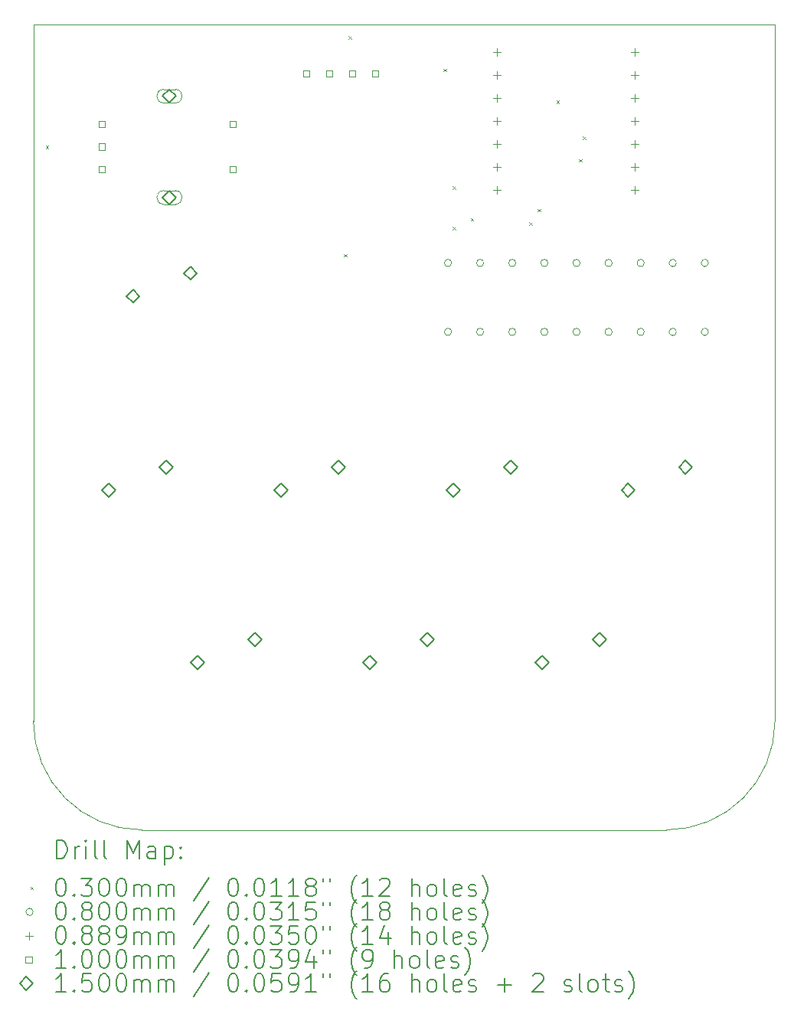
<source format=gbr>
%TF.GenerationSoftware,KiCad,Pcbnew,9.0.5*%
%TF.CreationDate,2025-12-01T20:36:26-06:00*%
%TF.ProjectId,KPad,4b506164-2e6b-4696-9361-645f70636258,rev?*%
%TF.SameCoordinates,Original*%
%TF.FileFunction,Drillmap*%
%TF.FilePolarity,Positive*%
%FSLAX45Y45*%
G04 Gerber Fmt 4.5, Leading zero omitted, Abs format (unit mm)*
G04 Created by KiCad (PCBNEW 9.0.5) date 2025-12-01 20:36:26*
%MOMM*%
%LPD*%
G01*
G04 APERTURE LIST*
%ADD10C,0.050000*%
%ADD11C,0.200000*%
%ADD12C,0.100000*%
%ADD13C,0.150000*%
G04 APERTURE END LIST*
D10*
X14100000Y-2700000D02*
X14100000Y-10400000D01*
X5900000Y-2700000D02*
X14100000Y-2700000D01*
X12900000Y-11600000D02*
X7100000Y-11600000D01*
X7100000Y-11600000D02*
G75*
G02*
X5900000Y-10400000I0J1200000D01*
G01*
X14100000Y-10400000D02*
G75*
G02*
X12900000Y-11600000I-1200000J0D01*
G01*
X5900000Y-2700000D02*
X5900000Y-10400000D01*
D11*
D12*
X6035000Y-4035000D02*
X6065000Y-4065000D01*
X6065000Y-4035000D02*
X6035000Y-4065000D01*
X9335000Y-5235000D02*
X9365000Y-5265000D01*
X9365000Y-5235000D02*
X9335000Y-5265000D01*
X9385000Y-2825000D02*
X9415000Y-2855000D01*
X9415000Y-2825000D02*
X9385000Y-2855000D01*
X10435000Y-3185000D02*
X10465000Y-3215000D01*
X10465000Y-3185000D02*
X10435000Y-3215000D01*
X10535000Y-4485000D02*
X10565000Y-4515000D01*
X10565000Y-4485000D02*
X10535000Y-4515000D01*
X10535000Y-4935000D02*
X10565000Y-4965000D01*
X10565000Y-4935000D02*
X10535000Y-4965000D01*
X10735000Y-4835000D02*
X10765000Y-4865000D01*
X10765000Y-4835000D02*
X10735000Y-4865000D01*
X11385000Y-4885000D02*
X11415000Y-4915000D01*
X11415000Y-4885000D02*
X11385000Y-4915000D01*
X11475000Y-4735000D02*
X11505000Y-4765000D01*
X11505000Y-4735000D02*
X11475000Y-4765000D01*
X11685000Y-3535000D02*
X11715000Y-3565000D01*
X11715000Y-3535000D02*
X11685000Y-3565000D01*
X11935000Y-4185000D02*
X11965000Y-4215000D01*
X11965000Y-4185000D02*
X11935000Y-4215000D01*
X11975000Y-3935000D02*
X12005000Y-3965000D01*
X12005000Y-3935000D02*
X11975000Y-3965000D01*
X10525000Y-5332750D02*
G75*
G02*
X10445000Y-5332750I-40000J0D01*
G01*
X10445000Y-5332750D02*
G75*
G02*
X10525000Y-5332750I40000J0D01*
G01*
X10525000Y-6094750D02*
G75*
G02*
X10445000Y-6094750I-40000J0D01*
G01*
X10445000Y-6094750D02*
G75*
G02*
X10525000Y-6094750I40000J0D01*
G01*
X10880000Y-5332750D02*
G75*
G02*
X10800000Y-5332750I-40000J0D01*
G01*
X10800000Y-5332750D02*
G75*
G02*
X10880000Y-5332750I40000J0D01*
G01*
X10880000Y-6094750D02*
G75*
G02*
X10800000Y-6094750I-40000J0D01*
G01*
X10800000Y-6094750D02*
G75*
G02*
X10880000Y-6094750I40000J0D01*
G01*
X11235000Y-5332750D02*
G75*
G02*
X11155000Y-5332750I-40000J0D01*
G01*
X11155000Y-5332750D02*
G75*
G02*
X11235000Y-5332750I40000J0D01*
G01*
X11235000Y-6094750D02*
G75*
G02*
X11155000Y-6094750I-40000J0D01*
G01*
X11155000Y-6094750D02*
G75*
G02*
X11235000Y-6094750I40000J0D01*
G01*
X11590000Y-5332750D02*
G75*
G02*
X11510000Y-5332750I-40000J0D01*
G01*
X11510000Y-5332750D02*
G75*
G02*
X11590000Y-5332750I40000J0D01*
G01*
X11590000Y-6094750D02*
G75*
G02*
X11510000Y-6094750I-40000J0D01*
G01*
X11510000Y-6094750D02*
G75*
G02*
X11590000Y-6094750I40000J0D01*
G01*
X11945000Y-5332750D02*
G75*
G02*
X11865000Y-5332750I-40000J0D01*
G01*
X11865000Y-5332750D02*
G75*
G02*
X11945000Y-5332750I40000J0D01*
G01*
X11945000Y-6094750D02*
G75*
G02*
X11865000Y-6094750I-40000J0D01*
G01*
X11865000Y-6094750D02*
G75*
G02*
X11945000Y-6094750I40000J0D01*
G01*
X12300000Y-5332750D02*
G75*
G02*
X12220000Y-5332750I-40000J0D01*
G01*
X12220000Y-5332750D02*
G75*
G02*
X12300000Y-5332750I40000J0D01*
G01*
X12300000Y-6094750D02*
G75*
G02*
X12220000Y-6094750I-40000J0D01*
G01*
X12220000Y-6094750D02*
G75*
G02*
X12300000Y-6094750I40000J0D01*
G01*
X12655000Y-5332750D02*
G75*
G02*
X12575000Y-5332750I-40000J0D01*
G01*
X12575000Y-5332750D02*
G75*
G02*
X12655000Y-5332750I40000J0D01*
G01*
X12655000Y-6094750D02*
G75*
G02*
X12575000Y-6094750I-40000J0D01*
G01*
X12575000Y-6094750D02*
G75*
G02*
X12655000Y-6094750I40000J0D01*
G01*
X13010000Y-5332750D02*
G75*
G02*
X12930000Y-5332750I-40000J0D01*
G01*
X12930000Y-5332750D02*
G75*
G02*
X13010000Y-5332750I40000J0D01*
G01*
X13010000Y-6094750D02*
G75*
G02*
X12930000Y-6094750I-40000J0D01*
G01*
X12930000Y-6094750D02*
G75*
G02*
X13010000Y-6094750I40000J0D01*
G01*
X13365000Y-5332750D02*
G75*
G02*
X13285000Y-5332750I-40000J0D01*
G01*
X13285000Y-5332750D02*
G75*
G02*
X13365000Y-5332750I40000J0D01*
G01*
X13365000Y-6094750D02*
G75*
G02*
X13285000Y-6094750I-40000J0D01*
G01*
X13285000Y-6094750D02*
G75*
G02*
X13365000Y-6094750I40000J0D01*
G01*
X11026000Y-2955550D02*
X11026000Y-3044450D01*
X10981550Y-3000000D02*
X11070450Y-3000000D01*
X11026000Y-3209550D02*
X11026000Y-3298450D01*
X10981550Y-3254000D02*
X11070450Y-3254000D01*
X11026000Y-3463550D02*
X11026000Y-3552450D01*
X10981550Y-3508000D02*
X11070450Y-3508000D01*
X11026000Y-3717550D02*
X11026000Y-3806450D01*
X10981550Y-3762000D02*
X11070450Y-3762000D01*
X11026000Y-3971550D02*
X11026000Y-4060450D01*
X10981550Y-4016000D02*
X11070450Y-4016000D01*
X11026000Y-4225550D02*
X11026000Y-4314450D01*
X10981550Y-4270000D02*
X11070450Y-4270000D01*
X11026000Y-4479550D02*
X11026000Y-4568450D01*
X10981550Y-4524000D02*
X11070450Y-4524000D01*
X12550000Y-2955550D02*
X12550000Y-3044450D01*
X12505550Y-3000000D02*
X12594450Y-3000000D01*
X12550000Y-3209550D02*
X12550000Y-3298450D01*
X12505550Y-3254000D02*
X12594450Y-3254000D01*
X12550000Y-3463550D02*
X12550000Y-3552450D01*
X12505550Y-3508000D02*
X12594450Y-3508000D01*
X12550000Y-3717550D02*
X12550000Y-3806450D01*
X12505550Y-3762000D02*
X12594450Y-3762000D01*
X12550000Y-3971550D02*
X12550000Y-4060450D01*
X12505550Y-4016000D02*
X12594450Y-4016000D01*
X12550000Y-4225550D02*
X12550000Y-4314450D01*
X12505550Y-4270000D02*
X12594450Y-4270000D01*
X12550000Y-4479550D02*
X12550000Y-4568450D01*
X12505550Y-4524000D02*
X12594450Y-4524000D01*
X6690356Y-3833456D02*
X6690356Y-3762744D01*
X6619644Y-3762744D01*
X6619644Y-3833456D01*
X6690356Y-3833456D01*
X6690356Y-4083456D02*
X6690356Y-4012744D01*
X6619644Y-4012744D01*
X6619644Y-4083456D01*
X6690356Y-4083456D01*
X6690356Y-4333456D02*
X6690356Y-4262744D01*
X6619644Y-4262744D01*
X6619644Y-4333456D01*
X6690356Y-4333456D01*
X8140356Y-3833456D02*
X8140356Y-3762744D01*
X8069644Y-3762744D01*
X8069644Y-3833456D01*
X8140356Y-3833456D01*
X8140356Y-4333456D02*
X8140356Y-4262744D01*
X8069644Y-4262744D01*
X8069644Y-4333456D01*
X8140356Y-4333456D01*
X8952731Y-3274481D02*
X8952731Y-3203769D01*
X8882019Y-3203769D01*
X8882019Y-3274481D01*
X8952731Y-3274481D01*
X9206731Y-3274481D02*
X9206731Y-3203769D01*
X9136019Y-3203769D01*
X9136019Y-3274481D01*
X9206731Y-3274481D01*
X9460731Y-3274481D02*
X9460731Y-3203769D01*
X9390019Y-3203769D01*
X9390019Y-3274481D01*
X9460731Y-3274481D01*
X9714731Y-3274481D02*
X9714731Y-3203769D01*
X9644019Y-3203769D01*
X9644019Y-3274481D01*
X9714731Y-3274481D01*
D13*
X6731000Y-7917250D02*
X6806000Y-7842250D01*
X6731000Y-7767250D01*
X6656000Y-7842250D01*
X6731000Y-7917250D01*
X7000875Y-5774125D02*
X7075875Y-5699125D01*
X7000875Y-5624125D01*
X6925875Y-5699125D01*
X7000875Y-5774125D01*
X7366000Y-7663250D02*
X7441000Y-7588250D01*
X7366000Y-7513250D01*
X7291000Y-7588250D01*
X7366000Y-7663250D01*
X7405000Y-3563100D02*
X7480000Y-3488100D01*
X7405000Y-3413100D01*
X7330000Y-3488100D01*
X7405000Y-3563100D01*
D12*
X7340000Y-3563100D02*
X7470000Y-3563100D01*
X7470000Y-3413100D02*
G75*
G02*
X7470000Y-3563100I0J-75000D01*
G01*
X7470000Y-3413100D02*
X7340000Y-3413100D01*
X7340000Y-3413100D02*
G75*
G03*
X7340000Y-3563100I0J-75000D01*
G01*
D13*
X7405000Y-4683100D02*
X7480000Y-4608100D01*
X7405000Y-4533100D01*
X7330000Y-4608100D01*
X7405000Y-4683100D01*
D12*
X7340000Y-4683100D02*
X7470000Y-4683100D01*
X7470000Y-4533100D02*
G75*
G02*
X7470000Y-4683100I0J-75000D01*
G01*
X7470000Y-4533100D02*
X7340000Y-4533100D01*
X7340000Y-4533100D02*
G75*
G03*
X7340000Y-4683100I0J-75000D01*
G01*
D13*
X7635875Y-5520125D02*
X7710875Y-5445125D01*
X7635875Y-5370125D01*
X7560875Y-5445125D01*
X7635875Y-5520125D01*
X7715250Y-9822250D02*
X7790250Y-9747250D01*
X7715250Y-9672250D01*
X7640250Y-9747250D01*
X7715250Y-9822250D01*
X8350250Y-9568250D02*
X8425250Y-9493250D01*
X8350250Y-9418250D01*
X8275250Y-9493250D01*
X8350250Y-9568250D01*
X8636000Y-7917250D02*
X8711000Y-7842250D01*
X8636000Y-7767250D01*
X8561000Y-7842250D01*
X8636000Y-7917250D01*
X9271000Y-7663250D02*
X9346000Y-7588250D01*
X9271000Y-7513250D01*
X9196000Y-7588250D01*
X9271000Y-7663250D01*
X9620250Y-9822250D02*
X9695250Y-9747250D01*
X9620250Y-9672250D01*
X9545250Y-9747250D01*
X9620250Y-9822250D01*
X10255250Y-9568250D02*
X10330250Y-9493250D01*
X10255250Y-9418250D01*
X10180250Y-9493250D01*
X10255250Y-9568250D01*
X10541000Y-7917250D02*
X10616000Y-7842250D01*
X10541000Y-7767250D01*
X10466000Y-7842250D01*
X10541000Y-7917250D01*
X11176000Y-7663250D02*
X11251000Y-7588250D01*
X11176000Y-7513250D01*
X11101000Y-7588250D01*
X11176000Y-7663250D01*
X11525250Y-9822250D02*
X11600250Y-9747250D01*
X11525250Y-9672250D01*
X11450250Y-9747250D01*
X11525250Y-9822250D01*
X12160250Y-9568250D02*
X12235250Y-9493250D01*
X12160250Y-9418250D01*
X12085250Y-9493250D01*
X12160250Y-9568250D01*
X12477750Y-7917250D02*
X12552750Y-7842250D01*
X12477750Y-7767250D01*
X12402750Y-7842250D01*
X12477750Y-7917250D01*
X13112750Y-7663250D02*
X13187750Y-7588250D01*
X13112750Y-7513250D01*
X13037750Y-7588250D01*
X13112750Y-7663250D01*
D11*
X6158277Y-11913984D02*
X6158277Y-11713984D01*
X6158277Y-11713984D02*
X6205896Y-11713984D01*
X6205896Y-11713984D02*
X6234467Y-11723508D01*
X6234467Y-11723508D02*
X6253515Y-11742555D01*
X6253515Y-11742555D02*
X6263039Y-11761603D01*
X6263039Y-11761603D02*
X6272562Y-11799698D01*
X6272562Y-11799698D02*
X6272562Y-11828269D01*
X6272562Y-11828269D02*
X6263039Y-11866365D01*
X6263039Y-11866365D02*
X6253515Y-11885412D01*
X6253515Y-11885412D02*
X6234467Y-11904460D01*
X6234467Y-11904460D02*
X6205896Y-11913984D01*
X6205896Y-11913984D02*
X6158277Y-11913984D01*
X6358277Y-11913984D02*
X6358277Y-11780650D01*
X6358277Y-11818746D02*
X6367801Y-11799698D01*
X6367801Y-11799698D02*
X6377324Y-11790174D01*
X6377324Y-11790174D02*
X6396372Y-11780650D01*
X6396372Y-11780650D02*
X6415420Y-11780650D01*
X6482086Y-11913984D02*
X6482086Y-11780650D01*
X6482086Y-11713984D02*
X6472562Y-11723508D01*
X6472562Y-11723508D02*
X6482086Y-11733031D01*
X6482086Y-11733031D02*
X6491610Y-11723508D01*
X6491610Y-11723508D02*
X6482086Y-11713984D01*
X6482086Y-11713984D02*
X6482086Y-11733031D01*
X6605896Y-11913984D02*
X6586848Y-11904460D01*
X6586848Y-11904460D02*
X6577324Y-11885412D01*
X6577324Y-11885412D02*
X6577324Y-11713984D01*
X6710658Y-11913984D02*
X6691610Y-11904460D01*
X6691610Y-11904460D02*
X6682086Y-11885412D01*
X6682086Y-11885412D02*
X6682086Y-11713984D01*
X6939229Y-11913984D02*
X6939229Y-11713984D01*
X6939229Y-11713984D02*
X7005896Y-11856841D01*
X7005896Y-11856841D02*
X7072562Y-11713984D01*
X7072562Y-11713984D02*
X7072562Y-11913984D01*
X7253515Y-11913984D02*
X7253515Y-11809222D01*
X7253515Y-11809222D02*
X7243991Y-11790174D01*
X7243991Y-11790174D02*
X7224943Y-11780650D01*
X7224943Y-11780650D02*
X7186848Y-11780650D01*
X7186848Y-11780650D02*
X7167801Y-11790174D01*
X7253515Y-11904460D02*
X7234467Y-11913984D01*
X7234467Y-11913984D02*
X7186848Y-11913984D01*
X7186848Y-11913984D02*
X7167801Y-11904460D01*
X7167801Y-11904460D02*
X7158277Y-11885412D01*
X7158277Y-11885412D02*
X7158277Y-11866365D01*
X7158277Y-11866365D02*
X7167801Y-11847317D01*
X7167801Y-11847317D02*
X7186848Y-11837793D01*
X7186848Y-11837793D02*
X7234467Y-11837793D01*
X7234467Y-11837793D02*
X7253515Y-11828269D01*
X7348753Y-11780650D02*
X7348753Y-11980650D01*
X7348753Y-11790174D02*
X7367801Y-11780650D01*
X7367801Y-11780650D02*
X7405896Y-11780650D01*
X7405896Y-11780650D02*
X7424943Y-11790174D01*
X7424943Y-11790174D02*
X7434467Y-11799698D01*
X7434467Y-11799698D02*
X7443991Y-11818746D01*
X7443991Y-11818746D02*
X7443991Y-11875888D01*
X7443991Y-11875888D02*
X7434467Y-11894936D01*
X7434467Y-11894936D02*
X7424943Y-11904460D01*
X7424943Y-11904460D02*
X7405896Y-11913984D01*
X7405896Y-11913984D02*
X7367801Y-11913984D01*
X7367801Y-11913984D02*
X7348753Y-11904460D01*
X7529705Y-11894936D02*
X7539229Y-11904460D01*
X7539229Y-11904460D02*
X7529705Y-11913984D01*
X7529705Y-11913984D02*
X7520182Y-11904460D01*
X7520182Y-11904460D02*
X7529705Y-11894936D01*
X7529705Y-11894936D02*
X7529705Y-11913984D01*
X7529705Y-11790174D02*
X7539229Y-11799698D01*
X7539229Y-11799698D02*
X7529705Y-11809222D01*
X7529705Y-11809222D02*
X7520182Y-11799698D01*
X7520182Y-11799698D02*
X7529705Y-11790174D01*
X7529705Y-11790174D02*
X7529705Y-11809222D01*
D12*
X5867500Y-12227500D02*
X5897500Y-12257500D01*
X5897500Y-12227500D02*
X5867500Y-12257500D01*
D11*
X6196372Y-12133984D02*
X6215420Y-12133984D01*
X6215420Y-12133984D02*
X6234467Y-12143508D01*
X6234467Y-12143508D02*
X6243991Y-12153031D01*
X6243991Y-12153031D02*
X6253515Y-12172079D01*
X6253515Y-12172079D02*
X6263039Y-12210174D01*
X6263039Y-12210174D02*
X6263039Y-12257793D01*
X6263039Y-12257793D02*
X6253515Y-12295888D01*
X6253515Y-12295888D02*
X6243991Y-12314936D01*
X6243991Y-12314936D02*
X6234467Y-12324460D01*
X6234467Y-12324460D02*
X6215420Y-12333984D01*
X6215420Y-12333984D02*
X6196372Y-12333984D01*
X6196372Y-12333984D02*
X6177324Y-12324460D01*
X6177324Y-12324460D02*
X6167801Y-12314936D01*
X6167801Y-12314936D02*
X6158277Y-12295888D01*
X6158277Y-12295888D02*
X6148753Y-12257793D01*
X6148753Y-12257793D02*
X6148753Y-12210174D01*
X6148753Y-12210174D02*
X6158277Y-12172079D01*
X6158277Y-12172079D02*
X6167801Y-12153031D01*
X6167801Y-12153031D02*
X6177324Y-12143508D01*
X6177324Y-12143508D02*
X6196372Y-12133984D01*
X6348753Y-12314936D02*
X6358277Y-12324460D01*
X6358277Y-12324460D02*
X6348753Y-12333984D01*
X6348753Y-12333984D02*
X6339229Y-12324460D01*
X6339229Y-12324460D02*
X6348753Y-12314936D01*
X6348753Y-12314936D02*
X6348753Y-12333984D01*
X6424943Y-12133984D02*
X6548753Y-12133984D01*
X6548753Y-12133984D02*
X6482086Y-12210174D01*
X6482086Y-12210174D02*
X6510658Y-12210174D01*
X6510658Y-12210174D02*
X6529705Y-12219698D01*
X6529705Y-12219698D02*
X6539229Y-12229222D01*
X6539229Y-12229222D02*
X6548753Y-12248269D01*
X6548753Y-12248269D02*
X6548753Y-12295888D01*
X6548753Y-12295888D02*
X6539229Y-12314936D01*
X6539229Y-12314936D02*
X6529705Y-12324460D01*
X6529705Y-12324460D02*
X6510658Y-12333984D01*
X6510658Y-12333984D02*
X6453515Y-12333984D01*
X6453515Y-12333984D02*
X6434467Y-12324460D01*
X6434467Y-12324460D02*
X6424943Y-12314936D01*
X6672562Y-12133984D02*
X6691610Y-12133984D01*
X6691610Y-12133984D02*
X6710658Y-12143508D01*
X6710658Y-12143508D02*
X6720182Y-12153031D01*
X6720182Y-12153031D02*
X6729705Y-12172079D01*
X6729705Y-12172079D02*
X6739229Y-12210174D01*
X6739229Y-12210174D02*
X6739229Y-12257793D01*
X6739229Y-12257793D02*
X6729705Y-12295888D01*
X6729705Y-12295888D02*
X6720182Y-12314936D01*
X6720182Y-12314936D02*
X6710658Y-12324460D01*
X6710658Y-12324460D02*
X6691610Y-12333984D01*
X6691610Y-12333984D02*
X6672562Y-12333984D01*
X6672562Y-12333984D02*
X6653515Y-12324460D01*
X6653515Y-12324460D02*
X6643991Y-12314936D01*
X6643991Y-12314936D02*
X6634467Y-12295888D01*
X6634467Y-12295888D02*
X6624943Y-12257793D01*
X6624943Y-12257793D02*
X6624943Y-12210174D01*
X6624943Y-12210174D02*
X6634467Y-12172079D01*
X6634467Y-12172079D02*
X6643991Y-12153031D01*
X6643991Y-12153031D02*
X6653515Y-12143508D01*
X6653515Y-12143508D02*
X6672562Y-12133984D01*
X6863039Y-12133984D02*
X6882086Y-12133984D01*
X6882086Y-12133984D02*
X6901134Y-12143508D01*
X6901134Y-12143508D02*
X6910658Y-12153031D01*
X6910658Y-12153031D02*
X6920182Y-12172079D01*
X6920182Y-12172079D02*
X6929705Y-12210174D01*
X6929705Y-12210174D02*
X6929705Y-12257793D01*
X6929705Y-12257793D02*
X6920182Y-12295888D01*
X6920182Y-12295888D02*
X6910658Y-12314936D01*
X6910658Y-12314936D02*
X6901134Y-12324460D01*
X6901134Y-12324460D02*
X6882086Y-12333984D01*
X6882086Y-12333984D02*
X6863039Y-12333984D01*
X6863039Y-12333984D02*
X6843991Y-12324460D01*
X6843991Y-12324460D02*
X6834467Y-12314936D01*
X6834467Y-12314936D02*
X6824943Y-12295888D01*
X6824943Y-12295888D02*
X6815420Y-12257793D01*
X6815420Y-12257793D02*
X6815420Y-12210174D01*
X6815420Y-12210174D02*
X6824943Y-12172079D01*
X6824943Y-12172079D02*
X6834467Y-12153031D01*
X6834467Y-12153031D02*
X6843991Y-12143508D01*
X6843991Y-12143508D02*
X6863039Y-12133984D01*
X7015420Y-12333984D02*
X7015420Y-12200650D01*
X7015420Y-12219698D02*
X7024943Y-12210174D01*
X7024943Y-12210174D02*
X7043991Y-12200650D01*
X7043991Y-12200650D02*
X7072563Y-12200650D01*
X7072563Y-12200650D02*
X7091610Y-12210174D01*
X7091610Y-12210174D02*
X7101134Y-12229222D01*
X7101134Y-12229222D02*
X7101134Y-12333984D01*
X7101134Y-12229222D02*
X7110658Y-12210174D01*
X7110658Y-12210174D02*
X7129705Y-12200650D01*
X7129705Y-12200650D02*
X7158277Y-12200650D01*
X7158277Y-12200650D02*
X7177324Y-12210174D01*
X7177324Y-12210174D02*
X7186848Y-12229222D01*
X7186848Y-12229222D02*
X7186848Y-12333984D01*
X7282086Y-12333984D02*
X7282086Y-12200650D01*
X7282086Y-12219698D02*
X7291610Y-12210174D01*
X7291610Y-12210174D02*
X7310658Y-12200650D01*
X7310658Y-12200650D02*
X7339229Y-12200650D01*
X7339229Y-12200650D02*
X7358277Y-12210174D01*
X7358277Y-12210174D02*
X7367801Y-12229222D01*
X7367801Y-12229222D02*
X7367801Y-12333984D01*
X7367801Y-12229222D02*
X7377324Y-12210174D01*
X7377324Y-12210174D02*
X7396372Y-12200650D01*
X7396372Y-12200650D02*
X7424943Y-12200650D01*
X7424943Y-12200650D02*
X7443991Y-12210174D01*
X7443991Y-12210174D02*
X7453515Y-12229222D01*
X7453515Y-12229222D02*
X7453515Y-12333984D01*
X7843991Y-12124460D02*
X7672563Y-12381603D01*
X8101134Y-12133984D02*
X8120182Y-12133984D01*
X8120182Y-12133984D02*
X8139229Y-12143508D01*
X8139229Y-12143508D02*
X8148753Y-12153031D01*
X8148753Y-12153031D02*
X8158277Y-12172079D01*
X8158277Y-12172079D02*
X8167801Y-12210174D01*
X8167801Y-12210174D02*
X8167801Y-12257793D01*
X8167801Y-12257793D02*
X8158277Y-12295888D01*
X8158277Y-12295888D02*
X8148753Y-12314936D01*
X8148753Y-12314936D02*
X8139229Y-12324460D01*
X8139229Y-12324460D02*
X8120182Y-12333984D01*
X8120182Y-12333984D02*
X8101134Y-12333984D01*
X8101134Y-12333984D02*
X8082086Y-12324460D01*
X8082086Y-12324460D02*
X8072563Y-12314936D01*
X8072563Y-12314936D02*
X8063039Y-12295888D01*
X8063039Y-12295888D02*
X8053515Y-12257793D01*
X8053515Y-12257793D02*
X8053515Y-12210174D01*
X8053515Y-12210174D02*
X8063039Y-12172079D01*
X8063039Y-12172079D02*
X8072563Y-12153031D01*
X8072563Y-12153031D02*
X8082086Y-12143508D01*
X8082086Y-12143508D02*
X8101134Y-12133984D01*
X8253515Y-12314936D02*
X8263039Y-12324460D01*
X8263039Y-12324460D02*
X8253515Y-12333984D01*
X8253515Y-12333984D02*
X8243991Y-12324460D01*
X8243991Y-12324460D02*
X8253515Y-12314936D01*
X8253515Y-12314936D02*
X8253515Y-12333984D01*
X8386848Y-12133984D02*
X8405896Y-12133984D01*
X8405896Y-12133984D02*
X8424944Y-12143508D01*
X8424944Y-12143508D02*
X8434468Y-12153031D01*
X8434468Y-12153031D02*
X8443991Y-12172079D01*
X8443991Y-12172079D02*
X8453515Y-12210174D01*
X8453515Y-12210174D02*
X8453515Y-12257793D01*
X8453515Y-12257793D02*
X8443991Y-12295888D01*
X8443991Y-12295888D02*
X8434468Y-12314936D01*
X8434468Y-12314936D02*
X8424944Y-12324460D01*
X8424944Y-12324460D02*
X8405896Y-12333984D01*
X8405896Y-12333984D02*
X8386848Y-12333984D01*
X8386848Y-12333984D02*
X8367801Y-12324460D01*
X8367801Y-12324460D02*
X8358277Y-12314936D01*
X8358277Y-12314936D02*
X8348753Y-12295888D01*
X8348753Y-12295888D02*
X8339229Y-12257793D01*
X8339229Y-12257793D02*
X8339229Y-12210174D01*
X8339229Y-12210174D02*
X8348753Y-12172079D01*
X8348753Y-12172079D02*
X8358277Y-12153031D01*
X8358277Y-12153031D02*
X8367801Y-12143508D01*
X8367801Y-12143508D02*
X8386848Y-12133984D01*
X8643991Y-12333984D02*
X8529706Y-12333984D01*
X8586848Y-12333984D02*
X8586848Y-12133984D01*
X8586848Y-12133984D02*
X8567801Y-12162555D01*
X8567801Y-12162555D02*
X8548753Y-12181603D01*
X8548753Y-12181603D02*
X8529706Y-12191127D01*
X8834468Y-12333984D02*
X8720182Y-12333984D01*
X8777325Y-12333984D02*
X8777325Y-12133984D01*
X8777325Y-12133984D02*
X8758277Y-12162555D01*
X8758277Y-12162555D02*
X8739229Y-12181603D01*
X8739229Y-12181603D02*
X8720182Y-12191127D01*
X8948753Y-12219698D02*
X8929706Y-12210174D01*
X8929706Y-12210174D02*
X8920182Y-12200650D01*
X8920182Y-12200650D02*
X8910658Y-12181603D01*
X8910658Y-12181603D02*
X8910658Y-12172079D01*
X8910658Y-12172079D02*
X8920182Y-12153031D01*
X8920182Y-12153031D02*
X8929706Y-12143508D01*
X8929706Y-12143508D02*
X8948753Y-12133984D01*
X8948753Y-12133984D02*
X8986849Y-12133984D01*
X8986849Y-12133984D02*
X9005896Y-12143508D01*
X9005896Y-12143508D02*
X9015420Y-12153031D01*
X9015420Y-12153031D02*
X9024944Y-12172079D01*
X9024944Y-12172079D02*
X9024944Y-12181603D01*
X9024944Y-12181603D02*
X9015420Y-12200650D01*
X9015420Y-12200650D02*
X9005896Y-12210174D01*
X9005896Y-12210174D02*
X8986849Y-12219698D01*
X8986849Y-12219698D02*
X8948753Y-12219698D01*
X8948753Y-12219698D02*
X8929706Y-12229222D01*
X8929706Y-12229222D02*
X8920182Y-12238746D01*
X8920182Y-12238746D02*
X8910658Y-12257793D01*
X8910658Y-12257793D02*
X8910658Y-12295888D01*
X8910658Y-12295888D02*
X8920182Y-12314936D01*
X8920182Y-12314936D02*
X8929706Y-12324460D01*
X8929706Y-12324460D02*
X8948753Y-12333984D01*
X8948753Y-12333984D02*
X8986849Y-12333984D01*
X8986849Y-12333984D02*
X9005896Y-12324460D01*
X9005896Y-12324460D02*
X9015420Y-12314936D01*
X9015420Y-12314936D02*
X9024944Y-12295888D01*
X9024944Y-12295888D02*
X9024944Y-12257793D01*
X9024944Y-12257793D02*
X9015420Y-12238746D01*
X9015420Y-12238746D02*
X9005896Y-12229222D01*
X9005896Y-12229222D02*
X8986849Y-12219698D01*
X9101134Y-12133984D02*
X9101134Y-12172079D01*
X9177325Y-12133984D02*
X9177325Y-12172079D01*
X9472563Y-12410174D02*
X9463039Y-12400650D01*
X9463039Y-12400650D02*
X9443991Y-12372079D01*
X9443991Y-12372079D02*
X9434468Y-12353031D01*
X9434468Y-12353031D02*
X9424944Y-12324460D01*
X9424944Y-12324460D02*
X9415420Y-12276841D01*
X9415420Y-12276841D02*
X9415420Y-12238746D01*
X9415420Y-12238746D02*
X9424944Y-12191127D01*
X9424944Y-12191127D02*
X9434468Y-12162555D01*
X9434468Y-12162555D02*
X9443991Y-12143508D01*
X9443991Y-12143508D02*
X9463039Y-12114936D01*
X9463039Y-12114936D02*
X9472563Y-12105412D01*
X9653515Y-12333984D02*
X9539230Y-12333984D01*
X9596372Y-12333984D02*
X9596372Y-12133984D01*
X9596372Y-12133984D02*
X9577325Y-12162555D01*
X9577325Y-12162555D02*
X9558277Y-12181603D01*
X9558277Y-12181603D02*
X9539230Y-12191127D01*
X9729706Y-12153031D02*
X9739230Y-12143508D01*
X9739230Y-12143508D02*
X9758277Y-12133984D01*
X9758277Y-12133984D02*
X9805896Y-12133984D01*
X9805896Y-12133984D02*
X9824944Y-12143508D01*
X9824944Y-12143508D02*
X9834468Y-12153031D01*
X9834468Y-12153031D02*
X9843991Y-12172079D01*
X9843991Y-12172079D02*
X9843991Y-12191127D01*
X9843991Y-12191127D02*
X9834468Y-12219698D01*
X9834468Y-12219698D02*
X9720182Y-12333984D01*
X9720182Y-12333984D02*
X9843991Y-12333984D01*
X10082087Y-12333984D02*
X10082087Y-12133984D01*
X10167801Y-12333984D02*
X10167801Y-12229222D01*
X10167801Y-12229222D02*
X10158277Y-12210174D01*
X10158277Y-12210174D02*
X10139230Y-12200650D01*
X10139230Y-12200650D02*
X10110658Y-12200650D01*
X10110658Y-12200650D02*
X10091611Y-12210174D01*
X10091611Y-12210174D02*
X10082087Y-12219698D01*
X10291611Y-12333984D02*
X10272563Y-12324460D01*
X10272563Y-12324460D02*
X10263039Y-12314936D01*
X10263039Y-12314936D02*
X10253515Y-12295888D01*
X10253515Y-12295888D02*
X10253515Y-12238746D01*
X10253515Y-12238746D02*
X10263039Y-12219698D01*
X10263039Y-12219698D02*
X10272563Y-12210174D01*
X10272563Y-12210174D02*
X10291611Y-12200650D01*
X10291611Y-12200650D02*
X10320182Y-12200650D01*
X10320182Y-12200650D02*
X10339230Y-12210174D01*
X10339230Y-12210174D02*
X10348753Y-12219698D01*
X10348753Y-12219698D02*
X10358277Y-12238746D01*
X10358277Y-12238746D02*
X10358277Y-12295888D01*
X10358277Y-12295888D02*
X10348753Y-12314936D01*
X10348753Y-12314936D02*
X10339230Y-12324460D01*
X10339230Y-12324460D02*
X10320182Y-12333984D01*
X10320182Y-12333984D02*
X10291611Y-12333984D01*
X10472563Y-12333984D02*
X10453515Y-12324460D01*
X10453515Y-12324460D02*
X10443992Y-12305412D01*
X10443992Y-12305412D02*
X10443992Y-12133984D01*
X10624944Y-12324460D02*
X10605896Y-12333984D01*
X10605896Y-12333984D02*
X10567801Y-12333984D01*
X10567801Y-12333984D02*
X10548753Y-12324460D01*
X10548753Y-12324460D02*
X10539230Y-12305412D01*
X10539230Y-12305412D02*
X10539230Y-12229222D01*
X10539230Y-12229222D02*
X10548753Y-12210174D01*
X10548753Y-12210174D02*
X10567801Y-12200650D01*
X10567801Y-12200650D02*
X10605896Y-12200650D01*
X10605896Y-12200650D02*
X10624944Y-12210174D01*
X10624944Y-12210174D02*
X10634468Y-12229222D01*
X10634468Y-12229222D02*
X10634468Y-12248269D01*
X10634468Y-12248269D02*
X10539230Y-12267317D01*
X10710658Y-12324460D02*
X10729706Y-12333984D01*
X10729706Y-12333984D02*
X10767801Y-12333984D01*
X10767801Y-12333984D02*
X10786849Y-12324460D01*
X10786849Y-12324460D02*
X10796373Y-12305412D01*
X10796373Y-12305412D02*
X10796373Y-12295888D01*
X10796373Y-12295888D02*
X10786849Y-12276841D01*
X10786849Y-12276841D02*
X10767801Y-12267317D01*
X10767801Y-12267317D02*
X10739230Y-12267317D01*
X10739230Y-12267317D02*
X10720182Y-12257793D01*
X10720182Y-12257793D02*
X10710658Y-12238746D01*
X10710658Y-12238746D02*
X10710658Y-12229222D01*
X10710658Y-12229222D02*
X10720182Y-12210174D01*
X10720182Y-12210174D02*
X10739230Y-12200650D01*
X10739230Y-12200650D02*
X10767801Y-12200650D01*
X10767801Y-12200650D02*
X10786849Y-12210174D01*
X10863039Y-12410174D02*
X10872563Y-12400650D01*
X10872563Y-12400650D02*
X10891611Y-12372079D01*
X10891611Y-12372079D02*
X10901134Y-12353031D01*
X10901134Y-12353031D02*
X10910658Y-12324460D01*
X10910658Y-12324460D02*
X10920182Y-12276841D01*
X10920182Y-12276841D02*
X10920182Y-12238746D01*
X10920182Y-12238746D02*
X10910658Y-12191127D01*
X10910658Y-12191127D02*
X10901134Y-12162555D01*
X10901134Y-12162555D02*
X10891611Y-12143508D01*
X10891611Y-12143508D02*
X10872563Y-12114936D01*
X10872563Y-12114936D02*
X10863039Y-12105412D01*
D12*
X5897500Y-12506500D02*
G75*
G02*
X5817500Y-12506500I-40000J0D01*
G01*
X5817500Y-12506500D02*
G75*
G02*
X5897500Y-12506500I40000J0D01*
G01*
D11*
X6196372Y-12397984D02*
X6215420Y-12397984D01*
X6215420Y-12397984D02*
X6234467Y-12407508D01*
X6234467Y-12407508D02*
X6243991Y-12417031D01*
X6243991Y-12417031D02*
X6253515Y-12436079D01*
X6253515Y-12436079D02*
X6263039Y-12474174D01*
X6263039Y-12474174D02*
X6263039Y-12521793D01*
X6263039Y-12521793D02*
X6253515Y-12559888D01*
X6253515Y-12559888D02*
X6243991Y-12578936D01*
X6243991Y-12578936D02*
X6234467Y-12588460D01*
X6234467Y-12588460D02*
X6215420Y-12597984D01*
X6215420Y-12597984D02*
X6196372Y-12597984D01*
X6196372Y-12597984D02*
X6177324Y-12588460D01*
X6177324Y-12588460D02*
X6167801Y-12578936D01*
X6167801Y-12578936D02*
X6158277Y-12559888D01*
X6158277Y-12559888D02*
X6148753Y-12521793D01*
X6148753Y-12521793D02*
X6148753Y-12474174D01*
X6148753Y-12474174D02*
X6158277Y-12436079D01*
X6158277Y-12436079D02*
X6167801Y-12417031D01*
X6167801Y-12417031D02*
X6177324Y-12407508D01*
X6177324Y-12407508D02*
X6196372Y-12397984D01*
X6348753Y-12578936D02*
X6358277Y-12588460D01*
X6358277Y-12588460D02*
X6348753Y-12597984D01*
X6348753Y-12597984D02*
X6339229Y-12588460D01*
X6339229Y-12588460D02*
X6348753Y-12578936D01*
X6348753Y-12578936D02*
X6348753Y-12597984D01*
X6472562Y-12483698D02*
X6453515Y-12474174D01*
X6453515Y-12474174D02*
X6443991Y-12464650D01*
X6443991Y-12464650D02*
X6434467Y-12445603D01*
X6434467Y-12445603D02*
X6434467Y-12436079D01*
X6434467Y-12436079D02*
X6443991Y-12417031D01*
X6443991Y-12417031D02*
X6453515Y-12407508D01*
X6453515Y-12407508D02*
X6472562Y-12397984D01*
X6472562Y-12397984D02*
X6510658Y-12397984D01*
X6510658Y-12397984D02*
X6529705Y-12407508D01*
X6529705Y-12407508D02*
X6539229Y-12417031D01*
X6539229Y-12417031D02*
X6548753Y-12436079D01*
X6548753Y-12436079D02*
X6548753Y-12445603D01*
X6548753Y-12445603D02*
X6539229Y-12464650D01*
X6539229Y-12464650D02*
X6529705Y-12474174D01*
X6529705Y-12474174D02*
X6510658Y-12483698D01*
X6510658Y-12483698D02*
X6472562Y-12483698D01*
X6472562Y-12483698D02*
X6453515Y-12493222D01*
X6453515Y-12493222D02*
X6443991Y-12502746D01*
X6443991Y-12502746D02*
X6434467Y-12521793D01*
X6434467Y-12521793D02*
X6434467Y-12559888D01*
X6434467Y-12559888D02*
X6443991Y-12578936D01*
X6443991Y-12578936D02*
X6453515Y-12588460D01*
X6453515Y-12588460D02*
X6472562Y-12597984D01*
X6472562Y-12597984D02*
X6510658Y-12597984D01*
X6510658Y-12597984D02*
X6529705Y-12588460D01*
X6529705Y-12588460D02*
X6539229Y-12578936D01*
X6539229Y-12578936D02*
X6548753Y-12559888D01*
X6548753Y-12559888D02*
X6548753Y-12521793D01*
X6548753Y-12521793D02*
X6539229Y-12502746D01*
X6539229Y-12502746D02*
X6529705Y-12493222D01*
X6529705Y-12493222D02*
X6510658Y-12483698D01*
X6672562Y-12397984D02*
X6691610Y-12397984D01*
X6691610Y-12397984D02*
X6710658Y-12407508D01*
X6710658Y-12407508D02*
X6720182Y-12417031D01*
X6720182Y-12417031D02*
X6729705Y-12436079D01*
X6729705Y-12436079D02*
X6739229Y-12474174D01*
X6739229Y-12474174D02*
X6739229Y-12521793D01*
X6739229Y-12521793D02*
X6729705Y-12559888D01*
X6729705Y-12559888D02*
X6720182Y-12578936D01*
X6720182Y-12578936D02*
X6710658Y-12588460D01*
X6710658Y-12588460D02*
X6691610Y-12597984D01*
X6691610Y-12597984D02*
X6672562Y-12597984D01*
X6672562Y-12597984D02*
X6653515Y-12588460D01*
X6653515Y-12588460D02*
X6643991Y-12578936D01*
X6643991Y-12578936D02*
X6634467Y-12559888D01*
X6634467Y-12559888D02*
X6624943Y-12521793D01*
X6624943Y-12521793D02*
X6624943Y-12474174D01*
X6624943Y-12474174D02*
X6634467Y-12436079D01*
X6634467Y-12436079D02*
X6643991Y-12417031D01*
X6643991Y-12417031D02*
X6653515Y-12407508D01*
X6653515Y-12407508D02*
X6672562Y-12397984D01*
X6863039Y-12397984D02*
X6882086Y-12397984D01*
X6882086Y-12397984D02*
X6901134Y-12407508D01*
X6901134Y-12407508D02*
X6910658Y-12417031D01*
X6910658Y-12417031D02*
X6920182Y-12436079D01*
X6920182Y-12436079D02*
X6929705Y-12474174D01*
X6929705Y-12474174D02*
X6929705Y-12521793D01*
X6929705Y-12521793D02*
X6920182Y-12559888D01*
X6920182Y-12559888D02*
X6910658Y-12578936D01*
X6910658Y-12578936D02*
X6901134Y-12588460D01*
X6901134Y-12588460D02*
X6882086Y-12597984D01*
X6882086Y-12597984D02*
X6863039Y-12597984D01*
X6863039Y-12597984D02*
X6843991Y-12588460D01*
X6843991Y-12588460D02*
X6834467Y-12578936D01*
X6834467Y-12578936D02*
X6824943Y-12559888D01*
X6824943Y-12559888D02*
X6815420Y-12521793D01*
X6815420Y-12521793D02*
X6815420Y-12474174D01*
X6815420Y-12474174D02*
X6824943Y-12436079D01*
X6824943Y-12436079D02*
X6834467Y-12417031D01*
X6834467Y-12417031D02*
X6843991Y-12407508D01*
X6843991Y-12407508D02*
X6863039Y-12397984D01*
X7015420Y-12597984D02*
X7015420Y-12464650D01*
X7015420Y-12483698D02*
X7024943Y-12474174D01*
X7024943Y-12474174D02*
X7043991Y-12464650D01*
X7043991Y-12464650D02*
X7072563Y-12464650D01*
X7072563Y-12464650D02*
X7091610Y-12474174D01*
X7091610Y-12474174D02*
X7101134Y-12493222D01*
X7101134Y-12493222D02*
X7101134Y-12597984D01*
X7101134Y-12493222D02*
X7110658Y-12474174D01*
X7110658Y-12474174D02*
X7129705Y-12464650D01*
X7129705Y-12464650D02*
X7158277Y-12464650D01*
X7158277Y-12464650D02*
X7177324Y-12474174D01*
X7177324Y-12474174D02*
X7186848Y-12493222D01*
X7186848Y-12493222D02*
X7186848Y-12597984D01*
X7282086Y-12597984D02*
X7282086Y-12464650D01*
X7282086Y-12483698D02*
X7291610Y-12474174D01*
X7291610Y-12474174D02*
X7310658Y-12464650D01*
X7310658Y-12464650D02*
X7339229Y-12464650D01*
X7339229Y-12464650D02*
X7358277Y-12474174D01*
X7358277Y-12474174D02*
X7367801Y-12493222D01*
X7367801Y-12493222D02*
X7367801Y-12597984D01*
X7367801Y-12493222D02*
X7377324Y-12474174D01*
X7377324Y-12474174D02*
X7396372Y-12464650D01*
X7396372Y-12464650D02*
X7424943Y-12464650D01*
X7424943Y-12464650D02*
X7443991Y-12474174D01*
X7443991Y-12474174D02*
X7453515Y-12493222D01*
X7453515Y-12493222D02*
X7453515Y-12597984D01*
X7843991Y-12388460D02*
X7672563Y-12645603D01*
X8101134Y-12397984D02*
X8120182Y-12397984D01*
X8120182Y-12397984D02*
X8139229Y-12407508D01*
X8139229Y-12407508D02*
X8148753Y-12417031D01*
X8148753Y-12417031D02*
X8158277Y-12436079D01*
X8158277Y-12436079D02*
X8167801Y-12474174D01*
X8167801Y-12474174D02*
X8167801Y-12521793D01*
X8167801Y-12521793D02*
X8158277Y-12559888D01*
X8158277Y-12559888D02*
X8148753Y-12578936D01*
X8148753Y-12578936D02*
X8139229Y-12588460D01*
X8139229Y-12588460D02*
X8120182Y-12597984D01*
X8120182Y-12597984D02*
X8101134Y-12597984D01*
X8101134Y-12597984D02*
X8082086Y-12588460D01*
X8082086Y-12588460D02*
X8072563Y-12578936D01*
X8072563Y-12578936D02*
X8063039Y-12559888D01*
X8063039Y-12559888D02*
X8053515Y-12521793D01*
X8053515Y-12521793D02*
X8053515Y-12474174D01*
X8053515Y-12474174D02*
X8063039Y-12436079D01*
X8063039Y-12436079D02*
X8072563Y-12417031D01*
X8072563Y-12417031D02*
X8082086Y-12407508D01*
X8082086Y-12407508D02*
X8101134Y-12397984D01*
X8253515Y-12578936D02*
X8263039Y-12588460D01*
X8263039Y-12588460D02*
X8253515Y-12597984D01*
X8253515Y-12597984D02*
X8243991Y-12588460D01*
X8243991Y-12588460D02*
X8253515Y-12578936D01*
X8253515Y-12578936D02*
X8253515Y-12597984D01*
X8386848Y-12397984D02*
X8405896Y-12397984D01*
X8405896Y-12397984D02*
X8424944Y-12407508D01*
X8424944Y-12407508D02*
X8434468Y-12417031D01*
X8434468Y-12417031D02*
X8443991Y-12436079D01*
X8443991Y-12436079D02*
X8453515Y-12474174D01*
X8453515Y-12474174D02*
X8453515Y-12521793D01*
X8453515Y-12521793D02*
X8443991Y-12559888D01*
X8443991Y-12559888D02*
X8434468Y-12578936D01*
X8434468Y-12578936D02*
X8424944Y-12588460D01*
X8424944Y-12588460D02*
X8405896Y-12597984D01*
X8405896Y-12597984D02*
X8386848Y-12597984D01*
X8386848Y-12597984D02*
X8367801Y-12588460D01*
X8367801Y-12588460D02*
X8358277Y-12578936D01*
X8358277Y-12578936D02*
X8348753Y-12559888D01*
X8348753Y-12559888D02*
X8339229Y-12521793D01*
X8339229Y-12521793D02*
X8339229Y-12474174D01*
X8339229Y-12474174D02*
X8348753Y-12436079D01*
X8348753Y-12436079D02*
X8358277Y-12417031D01*
X8358277Y-12417031D02*
X8367801Y-12407508D01*
X8367801Y-12407508D02*
X8386848Y-12397984D01*
X8520182Y-12397984D02*
X8643991Y-12397984D01*
X8643991Y-12397984D02*
X8577325Y-12474174D01*
X8577325Y-12474174D02*
X8605896Y-12474174D01*
X8605896Y-12474174D02*
X8624944Y-12483698D01*
X8624944Y-12483698D02*
X8634468Y-12493222D01*
X8634468Y-12493222D02*
X8643991Y-12512269D01*
X8643991Y-12512269D02*
X8643991Y-12559888D01*
X8643991Y-12559888D02*
X8634468Y-12578936D01*
X8634468Y-12578936D02*
X8624944Y-12588460D01*
X8624944Y-12588460D02*
X8605896Y-12597984D01*
X8605896Y-12597984D02*
X8548753Y-12597984D01*
X8548753Y-12597984D02*
X8529706Y-12588460D01*
X8529706Y-12588460D02*
X8520182Y-12578936D01*
X8834468Y-12597984D02*
X8720182Y-12597984D01*
X8777325Y-12597984D02*
X8777325Y-12397984D01*
X8777325Y-12397984D02*
X8758277Y-12426555D01*
X8758277Y-12426555D02*
X8739229Y-12445603D01*
X8739229Y-12445603D02*
X8720182Y-12455127D01*
X9015420Y-12397984D02*
X8920182Y-12397984D01*
X8920182Y-12397984D02*
X8910658Y-12493222D01*
X8910658Y-12493222D02*
X8920182Y-12483698D01*
X8920182Y-12483698D02*
X8939229Y-12474174D01*
X8939229Y-12474174D02*
X8986849Y-12474174D01*
X8986849Y-12474174D02*
X9005896Y-12483698D01*
X9005896Y-12483698D02*
X9015420Y-12493222D01*
X9015420Y-12493222D02*
X9024944Y-12512269D01*
X9024944Y-12512269D02*
X9024944Y-12559888D01*
X9024944Y-12559888D02*
X9015420Y-12578936D01*
X9015420Y-12578936D02*
X9005896Y-12588460D01*
X9005896Y-12588460D02*
X8986849Y-12597984D01*
X8986849Y-12597984D02*
X8939229Y-12597984D01*
X8939229Y-12597984D02*
X8920182Y-12588460D01*
X8920182Y-12588460D02*
X8910658Y-12578936D01*
X9101134Y-12397984D02*
X9101134Y-12436079D01*
X9177325Y-12397984D02*
X9177325Y-12436079D01*
X9472563Y-12674174D02*
X9463039Y-12664650D01*
X9463039Y-12664650D02*
X9443991Y-12636079D01*
X9443991Y-12636079D02*
X9434468Y-12617031D01*
X9434468Y-12617031D02*
X9424944Y-12588460D01*
X9424944Y-12588460D02*
X9415420Y-12540841D01*
X9415420Y-12540841D02*
X9415420Y-12502746D01*
X9415420Y-12502746D02*
X9424944Y-12455127D01*
X9424944Y-12455127D02*
X9434468Y-12426555D01*
X9434468Y-12426555D02*
X9443991Y-12407508D01*
X9443991Y-12407508D02*
X9463039Y-12378936D01*
X9463039Y-12378936D02*
X9472563Y-12369412D01*
X9653515Y-12597984D02*
X9539230Y-12597984D01*
X9596372Y-12597984D02*
X9596372Y-12397984D01*
X9596372Y-12397984D02*
X9577325Y-12426555D01*
X9577325Y-12426555D02*
X9558277Y-12445603D01*
X9558277Y-12445603D02*
X9539230Y-12455127D01*
X9767801Y-12483698D02*
X9748753Y-12474174D01*
X9748753Y-12474174D02*
X9739230Y-12464650D01*
X9739230Y-12464650D02*
X9729706Y-12445603D01*
X9729706Y-12445603D02*
X9729706Y-12436079D01*
X9729706Y-12436079D02*
X9739230Y-12417031D01*
X9739230Y-12417031D02*
X9748753Y-12407508D01*
X9748753Y-12407508D02*
X9767801Y-12397984D01*
X9767801Y-12397984D02*
X9805896Y-12397984D01*
X9805896Y-12397984D02*
X9824944Y-12407508D01*
X9824944Y-12407508D02*
X9834468Y-12417031D01*
X9834468Y-12417031D02*
X9843991Y-12436079D01*
X9843991Y-12436079D02*
X9843991Y-12445603D01*
X9843991Y-12445603D02*
X9834468Y-12464650D01*
X9834468Y-12464650D02*
X9824944Y-12474174D01*
X9824944Y-12474174D02*
X9805896Y-12483698D01*
X9805896Y-12483698D02*
X9767801Y-12483698D01*
X9767801Y-12483698D02*
X9748753Y-12493222D01*
X9748753Y-12493222D02*
X9739230Y-12502746D01*
X9739230Y-12502746D02*
X9729706Y-12521793D01*
X9729706Y-12521793D02*
X9729706Y-12559888D01*
X9729706Y-12559888D02*
X9739230Y-12578936D01*
X9739230Y-12578936D02*
X9748753Y-12588460D01*
X9748753Y-12588460D02*
X9767801Y-12597984D01*
X9767801Y-12597984D02*
X9805896Y-12597984D01*
X9805896Y-12597984D02*
X9824944Y-12588460D01*
X9824944Y-12588460D02*
X9834468Y-12578936D01*
X9834468Y-12578936D02*
X9843991Y-12559888D01*
X9843991Y-12559888D02*
X9843991Y-12521793D01*
X9843991Y-12521793D02*
X9834468Y-12502746D01*
X9834468Y-12502746D02*
X9824944Y-12493222D01*
X9824944Y-12493222D02*
X9805896Y-12483698D01*
X10082087Y-12597984D02*
X10082087Y-12397984D01*
X10167801Y-12597984D02*
X10167801Y-12493222D01*
X10167801Y-12493222D02*
X10158277Y-12474174D01*
X10158277Y-12474174D02*
X10139230Y-12464650D01*
X10139230Y-12464650D02*
X10110658Y-12464650D01*
X10110658Y-12464650D02*
X10091611Y-12474174D01*
X10091611Y-12474174D02*
X10082087Y-12483698D01*
X10291611Y-12597984D02*
X10272563Y-12588460D01*
X10272563Y-12588460D02*
X10263039Y-12578936D01*
X10263039Y-12578936D02*
X10253515Y-12559888D01*
X10253515Y-12559888D02*
X10253515Y-12502746D01*
X10253515Y-12502746D02*
X10263039Y-12483698D01*
X10263039Y-12483698D02*
X10272563Y-12474174D01*
X10272563Y-12474174D02*
X10291611Y-12464650D01*
X10291611Y-12464650D02*
X10320182Y-12464650D01*
X10320182Y-12464650D02*
X10339230Y-12474174D01*
X10339230Y-12474174D02*
X10348753Y-12483698D01*
X10348753Y-12483698D02*
X10358277Y-12502746D01*
X10358277Y-12502746D02*
X10358277Y-12559888D01*
X10358277Y-12559888D02*
X10348753Y-12578936D01*
X10348753Y-12578936D02*
X10339230Y-12588460D01*
X10339230Y-12588460D02*
X10320182Y-12597984D01*
X10320182Y-12597984D02*
X10291611Y-12597984D01*
X10472563Y-12597984D02*
X10453515Y-12588460D01*
X10453515Y-12588460D02*
X10443992Y-12569412D01*
X10443992Y-12569412D02*
X10443992Y-12397984D01*
X10624944Y-12588460D02*
X10605896Y-12597984D01*
X10605896Y-12597984D02*
X10567801Y-12597984D01*
X10567801Y-12597984D02*
X10548753Y-12588460D01*
X10548753Y-12588460D02*
X10539230Y-12569412D01*
X10539230Y-12569412D02*
X10539230Y-12493222D01*
X10539230Y-12493222D02*
X10548753Y-12474174D01*
X10548753Y-12474174D02*
X10567801Y-12464650D01*
X10567801Y-12464650D02*
X10605896Y-12464650D01*
X10605896Y-12464650D02*
X10624944Y-12474174D01*
X10624944Y-12474174D02*
X10634468Y-12493222D01*
X10634468Y-12493222D02*
X10634468Y-12512269D01*
X10634468Y-12512269D02*
X10539230Y-12531317D01*
X10710658Y-12588460D02*
X10729706Y-12597984D01*
X10729706Y-12597984D02*
X10767801Y-12597984D01*
X10767801Y-12597984D02*
X10786849Y-12588460D01*
X10786849Y-12588460D02*
X10796373Y-12569412D01*
X10796373Y-12569412D02*
X10796373Y-12559888D01*
X10796373Y-12559888D02*
X10786849Y-12540841D01*
X10786849Y-12540841D02*
X10767801Y-12531317D01*
X10767801Y-12531317D02*
X10739230Y-12531317D01*
X10739230Y-12531317D02*
X10720182Y-12521793D01*
X10720182Y-12521793D02*
X10710658Y-12502746D01*
X10710658Y-12502746D02*
X10710658Y-12493222D01*
X10710658Y-12493222D02*
X10720182Y-12474174D01*
X10720182Y-12474174D02*
X10739230Y-12464650D01*
X10739230Y-12464650D02*
X10767801Y-12464650D01*
X10767801Y-12464650D02*
X10786849Y-12474174D01*
X10863039Y-12674174D02*
X10872563Y-12664650D01*
X10872563Y-12664650D02*
X10891611Y-12636079D01*
X10891611Y-12636079D02*
X10901134Y-12617031D01*
X10901134Y-12617031D02*
X10910658Y-12588460D01*
X10910658Y-12588460D02*
X10920182Y-12540841D01*
X10920182Y-12540841D02*
X10920182Y-12502746D01*
X10920182Y-12502746D02*
X10910658Y-12455127D01*
X10910658Y-12455127D02*
X10901134Y-12426555D01*
X10901134Y-12426555D02*
X10891611Y-12407508D01*
X10891611Y-12407508D02*
X10872563Y-12378936D01*
X10872563Y-12378936D02*
X10863039Y-12369412D01*
D12*
X5853050Y-12726050D02*
X5853050Y-12814950D01*
X5808600Y-12770500D02*
X5897500Y-12770500D01*
D11*
X6196372Y-12661984D02*
X6215420Y-12661984D01*
X6215420Y-12661984D02*
X6234467Y-12671508D01*
X6234467Y-12671508D02*
X6243991Y-12681031D01*
X6243991Y-12681031D02*
X6253515Y-12700079D01*
X6253515Y-12700079D02*
X6263039Y-12738174D01*
X6263039Y-12738174D02*
X6263039Y-12785793D01*
X6263039Y-12785793D02*
X6253515Y-12823888D01*
X6253515Y-12823888D02*
X6243991Y-12842936D01*
X6243991Y-12842936D02*
X6234467Y-12852460D01*
X6234467Y-12852460D02*
X6215420Y-12861984D01*
X6215420Y-12861984D02*
X6196372Y-12861984D01*
X6196372Y-12861984D02*
X6177324Y-12852460D01*
X6177324Y-12852460D02*
X6167801Y-12842936D01*
X6167801Y-12842936D02*
X6158277Y-12823888D01*
X6158277Y-12823888D02*
X6148753Y-12785793D01*
X6148753Y-12785793D02*
X6148753Y-12738174D01*
X6148753Y-12738174D02*
X6158277Y-12700079D01*
X6158277Y-12700079D02*
X6167801Y-12681031D01*
X6167801Y-12681031D02*
X6177324Y-12671508D01*
X6177324Y-12671508D02*
X6196372Y-12661984D01*
X6348753Y-12842936D02*
X6358277Y-12852460D01*
X6358277Y-12852460D02*
X6348753Y-12861984D01*
X6348753Y-12861984D02*
X6339229Y-12852460D01*
X6339229Y-12852460D02*
X6348753Y-12842936D01*
X6348753Y-12842936D02*
X6348753Y-12861984D01*
X6472562Y-12747698D02*
X6453515Y-12738174D01*
X6453515Y-12738174D02*
X6443991Y-12728650D01*
X6443991Y-12728650D02*
X6434467Y-12709603D01*
X6434467Y-12709603D02*
X6434467Y-12700079D01*
X6434467Y-12700079D02*
X6443991Y-12681031D01*
X6443991Y-12681031D02*
X6453515Y-12671508D01*
X6453515Y-12671508D02*
X6472562Y-12661984D01*
X6472562Y-12661984D02*
X6510658Y-12661984D01*
X6510658Y-12661984D02*
X6529705Y-12671508D01*
X6529705Y-12671508D02*
X6539229Y-12681031D01*
X6539229Y-12681031D02*
X6548753Y-12700079D01*
X6548753Y-12700079D02*
X6548753Y-12709603D01*
X6548753Y-12709603D02*
X6539229Y-12728650D01*
X6539229Y-12728650D02*
X6529705Y-12738174D01*
X6529705Y-12738174D02*
X6510658Y-12747698D01*
X6510658Y-12747698D02*
X6472562Y-12747698D01*
X6472562Y-12747698D02*
X6453515Y-12757222D01*
X6453515Y-12757222D02*
X6443991Y-12766746D01*
X6443991Y-12766746D02*
X6434467Y-12785793D01*
X6434467Y-12785793D02*
X6434467Y-12823888D01*
X6434467Y-12823888D02*
X6443991Y-12842936D01*
X6443991Y-12842936D02*
X6453515Y-12852460D01*
X6453515Y-12852460D02*
X6472562Y-12861984D01*
X6472562Y-12861984D02*
X6510658Y-12861984D01*
X6510658Y-12861984D02*
X6529705Y-12852460D01*
X6529705Y-12852460D02*
X6539229Y-12842936D01*
X6539229Y-12842936D02*
X6548753Y-12823888D01*
X6548753Y-12823888D02*
X6548753Y-12785793D01*
X6548753Y-12785793D02*
X6539229Y-12766746D01*
X6539229Y-12766746D02*
X6529705Y-12757222D01*
X6529705Y-12757222D02*
X6510658Y-12747698D01*
X6663039Y-12747698D02*
X6643991Y-12738174D01*
X6643991Y-12738174D02*
X6634467Y-12728650D01*
X6634467Y-12728650D02*
X6624943Y-12709603D01*
X6624943Y-12709603D02*
X6624943Y-12700079D01*
X6624943Y-12700079D02*
X6634467Y-12681031D01*
X6634467Y-12681031D02*
X6643991Y-12671508D01*
X6643991Y-12671508D02*
X6663039Y-12661984D01*
X6663039Y-12661984D02*
X6701134Y-12661984D01*
X6701134Y-12661984D02*
X6720182Y-12671508D01*
X6720182Y-12671508D02*
X6729705Y-12681031D01*
X6729705Y-12681031D02*
X6739229Y-12700079D01*
X6739229Y-12700079D02*
X6739229Y-12709603D01*
X6739229Y-12709603D02*
X6729705Y-12728650D01*
X6729705Y-12728650D02*
X6720182Y-12738174D01*
X6720182Y-12738174D02*
X6701134Y-12747698D01*
X6701134Y-12747698D02*
X6663039Y-12747698D01*
X6663039Y-12747698D02*
X6643991Y-12757222D01*
X6643991Y-12757222D02*
X6634467Y-12766746D01*
X6634467Y-12766746D02*
X6624943Y-12785793D01*
X6624943Y-12785793D02*
X6624943Y-12823888D01*
X6624943Y-12823888D02*
X6634467Y-12842936D01*
X6634467Y-12842936D02*
X6643991Y-12852460D01*
X6643991Y-12852460D02*
X6663039Y-12861984D01*
X6663039Y-12861984D02*
X6701134Y-12861984D01*
X6701134Y-12861984D02*
X6720182Y-12852460D01*
X6720182Y-12852460D02*
X6729705Y-12842936D01*
X6729705Y-12842936D02*
X6739229Y-12823888D01*
X6739229Y-12823888D02*
X6739229Y-12785793D01*
X6739229Y-12785793D02*
X6729705Y-12766746D01*
X6729705Y-12766746D02*
X6720182Y-12757222D01*
X6720182Y-12757222D02*
X6701134Y-12747698D01*
X6834467Y-12861984D02*
X6872562Y-12861984D01*
X6872562Y-12861984D02*
X6891610Y-12852460D01*
X6891610Y-12852460D02*
X6901134Y-12842936D01*
X6901134Y-12842936D02*
X6920182Y-12814365D01*
X6920182Y-12814365D02*
X6929705Y-12776269D01*
X6929705Y-12776269D02*
X6929705Y-12700079D01*
X6929705Y-12700079D02*
X6920182Y-12681031D01*
X6920182Y-12681031D02*
X6910658Y-12671508D01*
X6910658Y-12671508D02*
X6891610Y-12661984D01*
X6891610Y-12661984D02*
X6853515Y-12661984D01*
X6853515Y-12661984D02*
X6834467Y-12671508D01*
X6834467Y-12671508D02*
X6824943Y-12681031D01*
X6824943Y-12681031D02*
X6815420Y-12700079D01*
X6815420Y-12700079D02*
X6815420Y-12747698D01*
X6815420Y-12747698D02*
X6824943Y-12766746D01*
X6824943Y-12766746D02*
X6834467Y-12776269D01*
X6834467Y-12776269D02*
X6853515Y-12785793D01*
X6853515Y-12785793D02*
X6891610Y-12785793D01*
X6891610Y-12785793D02*
X6910658Y-12776269D01*
X6910658Y-12776269D02*
X6920182Y-12766746D01*
X6920182Y-12766746D02*
X6929705Y-12747698D01*
X7015420Y-12861984D02*
X7015420Y-12728650D01*
X7015420Y-12747698D02*
X7024943Y-12738174D01*
X7024943Y-12738174D02*
X7043991Y-12728650D01*
X7043991Y-12728650D02*
X7072563Y-12728650D01*
X7072563Y-12728650D02*
X7091610Y-12738174D01*
X7091610Y-12738174D02*
X7101134Y-12757222D01*
X7101134Y-12757222D02*
X7101134Y-12861984D01*
X7101134Y-12757222D02*
X7110658Y-12738174D01*
X7110658Y-12738174D02*
X7129705Y-12728650D01*
X7129705Y-12728650D02*
X7158277Y-12728650D01*
X7158277Y-12728650D02*
X7177324Y-12738174D01*
X7177324Y-12738174D02*
X7186848Y-12757222D01*
X7186848Y-12757222D02*
X7186848Y-12861984D01*
X7282086Y-12861984D02*
X7282086Y-12728650D01*
X7282086Y-12747698D02*
X7291610Y-12738174D01*
X7291610Y-12738174D02*
X7310658Y-12728650D01*
X7310658Y-12728650D02*
X7339229Y-12728650D01*
X7339229Y-12728650D02*
X7358277Y-12738174D01*
X7358277Y-12738174D02*
X7367801Y-12757222D01*
X7367801Y-12757222D02*
X7367801Y-12861984D01*
X7367801Y-12757222D02*
X7377324Y-12738174D01*
X7377324Y-12738174D02*
X7396372Y-12728650D01*
X7396372Y-12728650D02*
X7424943Y-12728650D01*
X7424943Y-12728650D02*
X7443991Y-12738174D01*
X7443991Y-12738174D02*
X7453515Y-12757222D01*
X7453515Y-12757222D02*
X7453515Y-12861984D01*
X7843991Y-12652460D02*
X7672563Y-12909603D01*
X8101134Y-12661984D02*
X8120182Y-12661984D01*
X8120182Y-12661984D02*
X8139229Y-12671508D01*
X8139229Y-12671508D02*
X8148753Y-12681031D01*
X8148753Y-12681031D02*
X8158277Y-12700079D01*
X8158277Y-12700079D02*
X8167801Y-12738174D01*
X8167801Y-12738174D02*
X8167801Y-12785793D01*
X8167801Y-12785793D02*
X8158277Y-12823888D01*
X8158277Y-12823888D02*
X8148753Y-12842936D01*
X8148753Y-12842936D02*
X8139229Y-12852460D01*
X8139229Y-12852460D02*
X8120182Y-12861984D01*
X8120182Y-12861984D02*
X8101134Y-12861984D01*
X8101134Y-12861984D02*
X8082086Y-12852460D01*
X8082086Y-12852460D02*
X8072563Y-12842936D01*
X8072563Y-12842936D02*
X8063039Y-12823888D01*
X8063039Y-12823888D02*
X8053515Y-12785793D01*
X8053515Y-12785793D02*
X8053515Y-12738174D01*
X8053515Y-12738174D02*
X8063039Y-12700079D01*
X8063039Y-12700079D02*
X8072563Y-12681031D01*
X8072563Y-12681031D02*
X8082086Y-12671508D01*
X8082086Y-12671508D02*
X8101134Y-12661984D01*
X8253515Y-12842936D02*
X8263039Y-12852460D01*
X8263039Y-12852460D02*
X8253515Y-12861984D01*
X8253515Y-12861984D02*
X8243991Y-12852460D01*
X8243991Y-12852460D02*
X8253515Y-12842936D01*
X8253515Y-12842936D02*
X8253515Y-12861984D01*
X8386848Y-12661984D02*
X8405896Y-12661984D01*
X8405896Y-12661984D02*
X8424944Y-12671508D01*
X8424944Y-12671508D02*
X8434468Y-12681031D01*
X8434468Y-12681031D02*
X8443991Y-12700079D01*
X8443991Y-12700079D02*
X8453515Y-12738174D01*
X8453515Y-12738174D02*
X8453515Y-12785793D01*
X8453515Y-12785793D02*
X8443991Y-12823888D01*
X8443991Y-12823888D02*
X8434468Y-12842936D01*
X8434468Y-12842936D02*
X8424944Y-12852460D01*
X8424944Y-12852460D02*
X8405896Y-12861984D01*
X8405896Y-12861984D02*
X8386848Y-12861984D01*
X8386848Y-12861984D02*
X8367801Y-12852460D01*
X8367801Y-12852460D02*
X8358277Y-12842936D01*
X8358277Y-12842936D02*
X8348753Y-12823888D01*
X8348753Y-12823888D02*
X8339229Y-12785793D01*
X8339229Y-12785793D02*
X8339229Y-12738174D01*
X8339229Y-12738174D02*
X8348753Y-12700079D01*
X8348753Y-12700079D02*
X8358277Y-12681031D01*
X8358277Y-12681031D02*
X8367801Y-12671508D01*
X8367801Y-12671508D02*
X8386848Y-12661984D01*
X8520182Y-12661984D02*
X8643991Y-12661984D01*
X8643991Y-12661984D02*
X8577325Y-12738174D01*
X8577325Y-12738174D02*
X8605896Y-12738174D01*
X8605896Y-12738174D02*
X8624944Y-12747698D01*
X8624944Y-12747698D02*
X8634468Y-12757222D01*
X8634468Y-12757222D02*
X8643991Y-12776269D01*
X8643991Y-12776269D02*
X8643991Y-12823888D01*
X8643991Y-12823888D02*
X8634468Y-12842936D01*
X8634468Y-12842936D02*
X8624944Y-12852460D01*
X8624944Y-12852460D02*
X8605896Y-12861984D01*
X8605896Y-12861984D02*
X8548753Y-12861984D01*
X8548753Y-12861984D02*
X8529706Y-12852460D01*
X8529706Y-12852460D02*
X8520182Y-12842936D01*
X8824944Y-12661984D02*
X8729706Y-12661984D01*
X8729706Y-12661984D02*
X8720182Y-12757222D01*
X8720182Y-12757222D02*
X8729706Y-12747698D01*
X8729706Y-12747698D02*
X8748753Y-12738174D01*
X8748753Y-12738174D02*
X8796372Y-12738174D01*
X8796372Y-12738174D02*
X8815420Y-12747698D01*
X8815420Y-12747698D02*
X8824944Y-12757222D01*
X8824944Y-12757222D02*
X8834468Y-12776269D01*
X8834468Y-12776269D02*
X8834468Y-12823888D01*
X8834468Y-12823888D02*
X8824944Y-12842936D01*
X8824944Y-12842936D02*
X8815420Y-12852460D01*
X8815420Y-12852460D02*
X8796372Y-12861984D01*
X8796372Y-12861984D02*
X8748753Y-12861984D01*
X8748753Y-12861984D02*
X8729706Y-12852460D01*
X8729706Y-12852460D02*
X8720182Y-12842936D01*
X8958277Y-12661984D02*
X8977325Y-12661984D01*
X8977325Y-12661984D02*
X8996372Y-12671508D01*
X8996372Y-12671508D02*
X9005896Y-12681031D01*
X9005896Y-12681031D02*
X9015420Y-12700079D01*
X9015420Y-12700079D02*
X9024944Y-12738174D01*
X9024944Y-12738174D02*
X9024944Y-12785793D01*
X9024944Y-12785793D02*
X9015420Y-12823888D01*
X9015420Y-12823888D02*
X9005896Y-12842936D01*
X9005896Y-12842936D02*
X8996372Y-12852460D01*
X8996372Y-12852460D02*
X8977325Y-12861984D01*
X8977325Y-12861984D02*
X8958277Y-12861984D01*
X8958277Y-12861984D02*
X8939229Y-12852460D01*
X8939229Y-12852460D02*
X8929706Y-12842936D01*
X8929706Y-12842936D02*
X8920182Y-12823888D01*
X8920182Y-12823888D02*
X8910658Y-12785793D01*
X8910658Y-12785793D02*
X8910658Y-12738174D01*
X8910658Y-12738174D02*
X8920182Y-12700079D01*
X8920182Y-12700079D02*
X8929706Y-12681031D01*
X8929706Y-12681031D02*
X8939229Y-12671508D01*
X8939229Y-12671508D02*
X8958277Y-12661984D01*
X9101134Y-12661984D02*
X9101134Y-12700079D01*
X9177325Y-12661984D02*
X9177325Y-12700079D01*
X9472563Y-12938174D02*
X9463039Y-12928650D01*
X9463039Y-12928650D02*
X9443991Y-12900079D01*
X9443991Y-12900079D02*
X9434468Y-12881031D01*
X9434468Y-12881031D02*
X9424944Y-12852460D01*
X9424944Y-12852460D02*
X9415420Y-12804841D01*
X9415420Y-12804841D02*
X9415420Y-12766746D01*
X9415420Y-12766746D02*
X9424944Y-12719127D01*
X9424944Y-12719127D02*
X9434468Y-12690555D01*
X9434468Y-12690555D02*
X9443991Y-12671508D01*
X9443991Y-12671508D02*
X9463039Y-12642936D01*
X9463039Y-12642936D02*
X9472563Y-12633412D01*
X9653515Y-12861984D02*
X9539230Y-12861984D01*
X9596372Y-12861984D02*
X9596372Y-12661984D01*
X9596372Y-12661984D02*
X9577325Y-12690555D01*
X9577325Y-12690555D02*
X9558277Y-12709603D01*
X9558277Y-12709603D02*
X9539230Y-12719127D01*
X9824944Y-12728650D02*
X9824944Y-12861984D01*
X9777325Y-12652460D02*
X9729706Y-12795317D01*
X9729706Y-12795317D02*
X9853515Y-12795317D01*
X10082087Y-12861984D02*
X10082087Y-12661984D01*
X10167801Y-12861984D02*
X10167801Y-12757222D01*
X10167801Y-12757222D02*
X10158277Y-12738174D01*
X10158277Y-12738174D02*
X10139230Y-12728650D01*
X10139230Y-12728650D02*
X10110658Y-12728650D01*
X10110658Y-12728650D02*
X10091611Y-12738174D01*
X10091611Y-12738174D02*
X10082087Y-12747698D01*
X10291611Y-12861984D02*
X10272563Y-12852460D01*
X10272563Y-12852460D02*
X10263039Y-12842936D01*
X10263039Y-12842936D02*
X10253515Y-12823888D01*
X10253515Y-12823888D02*
X10253515Y-12766746D01*
X10253515Y-12766746D02*
X10263039Y-12747698D01*
X10263039Y-12747698D02*
X10272563Y-12738174D01*
X10272563Y-12738174D02*
X10291611Y-12728650D01*
X10291611Y-12728650D02*
X10320182Y-12728650D01*
X10320182Y-12728650D02*
X10339230Y-12738174D01*
X10339230Y-12738174D02*
X10348753Y-12747698D01*
X10348753Y-12747698D02*
X10358277Y-12766746D01*
X10358277Y-12766746D02*
X10358277Y-12823888D01*
X10358277Y-12823888D02*
X10348753Y-12842936D01*
X10348753Y-12842936D02*
X10339230Y-12852460D01*
X10339230Y-12852460D02*
X10320182Y-12861984D01*
X10320182Y-12861984D02*
X10291611Y-12861984D01*
X10472563Y-12861984D02*
X10453515Y-12852460D01*
X10453515Y-12852460D02*
X10443992Y-12833412D01*
X10443992Y-12833412D02*
X10443992Y-12661984D01*
X10624944Y-12852460D02*
X10605896Y-12861984D01*
X10605896Y-12861984D02*
X10567801Y-12861984D01*
X10567801Y-12861984D02*
X10548753Y-12852460D01*
X10548753Y-12852460D02*
X10539230Y-12833412D01*
X10539230Y-12833412D02*
X10539230Y-12757222D01*
X10539230Y-12757222D02*
X10548753Y-12738174D01*
X10548753Y-12738174D02*
X10567801Y-12728650D01*
X10567801Y-12728650D02*
X10605896Y-12728650D01*
X10605896Y-12728650D02*
X10624944Y-12738174D01*
X10624944Y-12738174D02*
X10634468Y-12757222D01*
X10634468Y-12757222D02*
X10634468Y-12776269D01*
X10634468Y-12776269D02*
X10539230Y-12795317D01*
X10710658Y-12852460D02*
X10729706Y-12861984D01*
X10729706Y-12861984D02*
X10767801Y-12861984D01*
X10767801Y-12861984D02*
X10786849Y-12852460D01*
X10786849Y-12852460D02*
X10796373Y-12833412D01*
X10796373Y-12833412D02*
X10796373Y-12823888D01*
X10796373Y-12823888D02*
X10786849Y-12804841D01*
X10786849Y-12804841D02*
X10767801Y-12795317D01*
X10767801Y-12795317D02*
X10739230Y-12795317D01*
X10739230Y-12795317D02*
X10720182Y-12785793D01*
X10720182Y-12785793D02*
X10710658Y-12766746D01*
X10710658Y-12766746D02*
X10710658Y-12757222D01*
X10710658Y-12757222D02*
X10720182Y-12738174D01*
X10720182Y-12738174D02*
X10739230Y-12728650D01*
X10739230Y-12728650D02*
X10767801Y-12728650D01*
X10767801Y-12728650D02*
X10786849Y-12738174D01*
X10863039Y-12938174D02*
X10872563Y-12928650D01*
X10872563Y-12928650D02*
X10891611Y-12900079D01*
X10891611Y-12900079D02*
X10901134Y-12881031D01*
X10901134Y-12881031D02*
X10910658Y-12852460D01*
X10910658Y-12852460D02*
X10920182Y-12804841D01*
X10920182Y-12804841D02*
X10920182Y-12766746D01*
X10920182Y-12766746D02*
X10910658Y-12719127D01*
X10910658Y-12719127D02*
X10901134Y-12690555D01*
X10901134Y-12690555D02*
X10891611Y-12671508D01*
X10891611Y-12671508D02*
X10872563Y-12642936D01*
X10872563Y-12642936D02*
X10863039Y-12633412D01*
D12*
X5882856Y-13069856D02*
X5882856Y-12999144D01*
X5812144Y-12999144D01*
X5812144Y-13069856D01*
X5882856Y-13069856D01*
D11*
X6263039Y-13125984D02*
X6148753Y-13125984D01*
X6205896Y-13125984D02*
X6205896Y-12925984D01*
X6205896Y-12925984D02*
X6186848Y-12954555D01*
X6186848Y-12954555D02*
X6167801Y-12973603D01*
X6167801Y-12973603D02*
X6148753Y-12983127D01*
X6348753Y-13106936D02*
X6358277Y-13116460D01*
X6358277Y-13116460D02*
X6348753Y-13125984D01*
X6348753Y-13125984D02*
X6339229Y-13116460D01*
X6339229Y-13116460D02*
X6348753Y-13106936D01*
X6348753Y-13106936D02*
X6348753Y-13125984D01*
X6482086Y-12925984D02*
X6501134Y-12925984D01*
X6501134Y-12925984D02*
X6520182Y-12935508D01*
X6520182Y-12935508D02*
X6529705Y-12945031D01*
X6529705Y-12945031D02*
X6539229Y-12964079D01*
X6539229Y-12964079D02*
X6548753Y-13002174D01*
X6548753Y-13002174D02*
X6548753Y-13049793D01*
X6548753Y-13049793D02*
X6539229Y-13087888D01*
X6539229Y-13087888D02*
X6529705Y-13106936D01*
X6529705Y-13106936D02*
X6520182Y-13116460D01*
X6520182Y-13116460D02*
X6501134Y-13125984D01*
X6501134Y-13125984D02*
X6482086Y-13125984D01*
X6482086Y-13125984D02*
X6463039Y-13116460D01*
X6463039Y-13116460D02*
X6453515Y-13106936D01*
X6453515Y-13106936D02*
X6443991Y-13087888D01*
X6443991Y-13087888D02*
X6434467Y-13049793D01*
X6434467Y-13049793D02*
X6434467Y-13002174D01*
X6434467Y-13002174D02*
X6443991Y-12964079D01*
X6443991Y-12964079D02*
X6453515Y-12945031D01*
X6453515Y-12945031D02*
X6463039Y-12935508D01*
X6463039Y-12935508D02*
X6482086Y-12925984D01*
X6672562Y-12925984D02*
X6691610Y-12925984D01*
X6691610Y-12925984D02*
X6710658Y-12935508D01*
X6710658Y-12935508D02*
X6720182Y-12945031D01*
X6720182Y-12945031D02*
X6729705Y-12964079D01*
X6729705Y-12964079D02*
X6739229Y-13002174D01*
X6739229Y-13002174D02*
X6739229Y-13049793D01*
X6739229Y-13049793D02*
X6729705Y-13087888D01*
X6729705Y-13087888D02*
X6720182Y-13106936D01*
X6720182Y-13106936D02*
X6710658Y-13116460D01*
X6710658Y-13116460D02*
X6691610Y-13125984D01*
X6691610Y-13125984D02*
X6672562Y-13125984D01*
X6672562Y-13125984D02*
X6653515Y-13116460D01*
X6653515Y-13116460D02*
X6643991Y-13106936D01*
X6643991Y-13106936D02*
X6634467Y-13087888D01*
X6634467Y-13087888D02*
X6624943Y-13049793D01*
X6624943Y-13049793D02*
X6624943Y-13002174D01*
X6624943Y-13002174D02*
X6634467Y-12964079D01*
X6634467Y-12964079D02*
X6643991Y-12945031D01*
X6643991Y-12945031D02*
X6653515Y-12935508D01*
X6653515Y-12935508D02*
X6672562Y-12925984D01*
X6863039Y-12925984D02*
X6882086Y-12925984D01*
X6882086Y-12925984D02*
X6901134Y-12935508D01*
X6901134Y-12935508D02*
X6910658Y-12945031D01*
X6910658Y-12945031D02*
X6920182Y-12964079D01*
X6920182Y-12964079D02*
X6929705Y-13002174D01*
X6929705Y-13002174D02*
X6929705Y-13049793D01*
X6929705Y-13049793D02*
X6920182Y-13087888D01*
X6920182Y-13087888D02*
X6910658Y-13106936D01*
X6910658Y-13106936D02*
X6901134Y-13116460D01*
X6901134Y-13116460D02*
X6882086Y-13125984D01*
X6882086Y-13125984D02*
X6863039Y-13125984D01*
X6863039Y-13125984D02*
X6843991Y-13116460D01*
X6843991Y-13116460D02*
X6834467Y-13106936D01*
X6834467Y-13106936D02*
X6824943Y-13087888D01*
X6824943Y-13087888D02*
X6815420Y-13049793D01*
X6815420Y-13049793D02*
X6815420Y-13002174D01*
X6815420Y-13002174D02*
X6824943Y-12964079D01*
X6824943Y-12964079D02*
X6834467Y-12945031D01*
X6834467Y-12945031D02*
X6843991Y-12935508D01*
X6843991Y-12935508D02*
X6863039Y-12925984D01*
X7015420Y-13125984D02*
X7015420Y-12992650D01*
X7015420Y-13011698D02*
X7024943Y-13002174D01*
X7024943Y-13002174D02*
X7043991Y-12992650D01*
X7043991Y-12992650D02*
X7072563Y-12992650D01*
X7072563Y-12992650D02*
X7091610Y-13002174D01*
X7091610Y-13002174D02*
X7101134Y-13021222D01*
X7101134Y-13021222D02*
X7101134Y-13125984D01*
X7101134Y-13021222D02*
X7110658Y-13002174D01*
X7110658Y-13002174D02*
X7129705Y-12992650D01*
X7129705Y-12992650D02*
X7158277Y-12992650D01*
X7158277Y-12992650D02*
X7177324Y-13002174D01*
X7177324Y-13002174D02*
X7186848Y-13021222D01*
X7186848Y-13021222D02*
X7186848Y-13125984D01*
X7282086Y-13125984D02*
X7282086Y-12992650D01*
X7282086Y-13011698D02*
X7291610Y-13002174D01*
X7291610Y-13002174D02*
X7310658Y-12992650D01*
X7310658Y-12992650D02*
X7339229Y-12992650D01*
X7339229Y-12992650D02*
X7358277Y-13002174D01*
X7358277Y-13002174D02*
X7367801Y-13021222D01*
X7367801Y-13021222D02*
X7367801Y-13125984D01*
X7367801Y-13021222D02*
X7377324Y-13002174D01*
X7377324Y-13002174D02*
X7396372Y-12992650D01*
X7396372Y-12992650D02*
X7424943Y-12992650D01*
X7424943Y-12992650D02*
X7443991Y-13002174D01*
X7443991Y-13002174D02*
X7453515Y-13021222D01*
X7453515Y-13021222D02*
X7453515Y-13125984D01*
X7843991Y-12916460D02*
X7672563Y-13173603D01*
X8101134Y-12925984D02*
X8120182Y-12925984D01*
X8120182Y-12925984D02*
X8139229Y-12935508D01*
X8139229Y-12935508D02*
X8148753Y-12945031D01*
X8148753Y-12945031D02*
X8158277Y-12964079D01*
X8158277Y-12964079D02*
X8167801Y-13002174D01*
X8167801Y-13002174D02*
X8167801Y-13049793D01*
X8167801Y-13049793D02*
X8158277Y-13087888D01*
X8158277Y-13087888D02*
X8148753Y-13106936D01*
X8148753Y-13106936D02*
X8139229Y-13116460D01*
X8139229Y-13116460D02*
X8120182Y-13125984D01*
X8120182Y-13125984D02*
X8101134Y-13125984D01*
X8101134Y-13125984D02*
X8082086Y-13116460D01*
X8082086Y-13116460D02*
X8072563Y-13106936D01*
X8072563Y-13106936D02*
X8063039Y-13087888D01*
X8063039Y-13087888D02*
X8053515Y-13049793D01*
X8053515Y-13049793D02*
X8053515Y-13002174D01*
X8053515Y-13002174D02*
X8063039Y-12964079D01*
X8063039Y-12964079D02*
X8072563Y-12945031D01*
X8072563Y-12945031D02*
X8082086Y-12935508D01*
X8082086Y-12935508D02*
X8101134Y-12925984D01*
X8253515Y-13106936D02*
X8263039Y-13116460D01*
X8263039Y-13116460D02*
X8253515Y-13125984D01*
X8253515Y-13125984D02*
X8243991Y-13116460D01*
X8243991Y-13116460D02*
X8253515Y-13106936D01*
X8253515Y-13106936D02*
X8253515Y-13125984D01*
X8386848Y-12925984D02*
X8405896Y-12925984D01*
X8405896Y-12925984D02*
X8424944Y-12935508D01*
X8424944Y-12935508D02*
X8434468Y-12945031D01*
X8434468Y-12945031D02*
X8443991Y-12964079D01*
X8443991Y-12964079D02*
X8453515Y-13002174D01*
X8453515Y-13002174D02*
X8453515Y-13049793D01*
X8453515Y-13049793D02*
X8443991Y-13087888D01*
X8443991Y-13087888D02*
X8434468Y-13106936D01*
X8434468Y-13106936D02*
X8424944Y-13116460D01*
X8424944Y-13116460D02*
X8405896Y-13125984D01*
X8405896Y-13125984D02*
X8386848Y-13125984D01*
X8386848Y-13125984D02*
X8367801Y-13116460D01*
X8367801Y-13116460D02*
X8358277Y-13106936D01*
X8358277Y-13106936D02*
X8348753Y-13087888D01*
X8348753Y-13087888D02*
X8339229Y-13049793D01*
X8339229Y-13049793D02*
X8339229Y-13002174D01*
X8339229Y-13002174D02*
X8348753Y-12964079D01*
X8348753Y-12964079D02*
X8358277Y-12945031D01*
X8358277Y-12945031D02*
X8367801Y-12935508D01*
X8367801Y-12935508D02*
X8386848Y-12925984D01*
X8520182Y-12925984D02*
X8643991Y-12925984D01*
X8643991Y-12925984D02*
X8577325Y-13002174D01*
X8577325Y-13002174D02*
X8605896Y-13002174D01*
X8605896Y-13002174D02*
X8624944Y-13011698D01*
X8624944Y-13011698D02*
X8634468Y-13021222D01*
X8634468Y-13021222D02*
X8643991Y-13040269D01*
X8643991Y-13040269D02*
X8643991Y-13087888D01*
X8643991Y-13087888D02*
X8634468Y-13106936D01*
X8634468Y-13106936D02*
X8624944Y-13116460D01*
X8624944Y-13116460D02*
X8605896Y-13125984D01*
X8605896Y-13125984D02*
X8548753Y-13125984D01*
X8548753Y-13125984D02*
X8529706Y-13116460D01*
X8529706Y-13116460D02*
X8520182Y-13106936D01*
X8739229Y-13125984D02*
X8777325Y-13125984D01*
X8777325Y-13125984D02*
X8796372Y-13116460D01*
X8796372Y-13116460D02*
X8805896Y-13106936D01*
X8805896Y-13106936D02*
X8824944Y-13078365D01*
X8824944Y-13078365D02*
X8834468Y-13040269D01*
X8834468Y-13040269D02*
X8834468Y-12964079D01*
X8834468Y-12964079D02*
X8824944Y-12945031D01*
X8824944Y-12945031D02*
X8815420Y-12935508D01*
X8815420Y-12935508D02*
X8796372Y-12925984D01*
X8796372Y-12925984D02*
X8758277Y-12925984D01*
X8758277Y-12925984D02*
X8739229Y-12935508D01*
X8739229Y-12935508D02*
X8729706Y-12945031D01*
X8729706Y-12945031D02*
X8720182Y-12964079D01*
X8720182Y-12964079D02*
X8720182Y-13011698D01*
X8720182Y-13011698D02*
X8729706Y-13030746D01*
X8729706Y-13030746D02*
X8739229Y-13040269D01*
X8739229Y-13040269D02*
X8758277Y-13049793D01*
X8758277Y-13049793D02*
X8796372Y-13049793D01*
X8796372Y-13049793D02*
X8815420Y-13040269D01*
X8815420Y-13040269D02*
X8824944Y-13030746D01*
X8824944Y-13030746D02*
X8834468Y-13011698D01*
X9005896Y-12992650D02*
X9005896Y-13125984D01*
X8958277Y-12916460D02*
X8910658Y-13059317D01*
X8910658Y-13059317D02*
X9034468Y-13059317D01*
X9101134Y-12925984D02*
X9101134Y-12964079D01*
X9177325Y-12925984D02*
X9177325Y-12964079D01*
X9472563Y-13202174D02*
X9463039Y-13192650D01*
X9463039Y-13192650D02*
X9443991Y-13164079D01*
X9443991Y-13164079D02*
X9434468Y-13145031D01*
X9434468Y-13145031D02*
X9424944Y-13116460D01*
X9424944Y-13116460D02*
X9415420Y-13068841D01*
X9415420Y-13068841D02*
X9415420Y-13030746D01*
X9415420Y-13030746D02*
X9424944Y-12983127D01*
X9424944Y-12983127D02*
X9434468Y-12954555D01*
X9434468Y-12954555D02*
X9443991Y-12935508D01*
X9443991Y-12935508D02*
X9463039Y-12906936D01*
X9463039Y-12906936D02*
X9472563Y-12897412D01*
X9558277Y-13125984D02*
X9596372Y-13125984D01*
X9596372Y-13125984D02*
X9615420Y-13116460D01*
X9615420Y-13116460D02*
X9624944Y-13106936D01*
X9624944Y-13106936D02*
X9643991Y-13078365D01*
X9643991Y-13078365D02*
X9653515Y-13040269D01*
X9653515Y-13040269D02*
X9653515Y-12964079D01*
X9653515Y-12964079D02*
X9643991Y-12945031D01*
X9643991Y-12945031D02*
X9634468Y-12935508D01*
X9634468Y-12935508D02*
X9615420Y-12925984D01*
X9615420Y-12925984D02*
X9577325Y-12925984D01*
X9577325Y-12925984D02*
X9558277Y-12935508D01*
X9558277Y-12935508D02*
X9548753Y-12945031D01*
X9548753Y-12945031D02*
X9539230Y-12964079D01*
X9539230Y-12964079D02*
X9539230Y-13011698D01*
X9539230Y-13011698D02*
X9548753Y-13030746D01*
X9548753Y-13030746D02*
X9558277Y-13040269D01*
X9558277Y-13040269D02*
X9577325Y-13049793D01*
X9577325Y-13049793D02*
X9615420Y-13049793D01*
X9615420Y-13049793D02*
X9634468Y-13040269D01*
X9634468Y-13040269D02*
X9643991Y-13030746D01*
X9643991Y-13030746D02*
X9653515Y-13011698D01*
X9891611Y-13125984D02*
X9891611Y-12925984D01*
X9977325Y-13125984D02*
X9977325Y-13021222D01*
X9977325Y-13021222D02*
X9967801Y-13002174D01*
X9967801Y-13002174D02*
X9948753Y-12992650D01*
X9948753Y-12992650D02*
X9920182Y-12992650D01*
X9920182Y-12992650D02*
X9901134Y-13002174D01*
X9901134Y-13002174D02*
X9891611Y-13011698D01*
X10101134Y-13125984D02*
X10082087Y-13116460D01*
X10082087Y-13116460D02*
X10072563Y-13106936D01*
X10072563Y-13106936D02*
X10063039Y-13087888D01*
X10063039Y-13087888D02*
X10063039Y-13030746D01*
X10063039Y-13030746D02*
X10072563Y-13011698D01*
X10072563Y-13011698D02*
X10082087Y-13002174D01*
X10082087Y-13002174D02*
X10101134Y-12992650D01*
X10101134Y-12992650D02*
X10129706Y-12992650D01*
X10129706Y-12992650D02*
X10148753Y-13002174D01*
X10148753Y-13002174D02*
X10158277Y-13011698D01*
X10158277Y-13011698D02*
X10167801Y-13030746D01*
X10167801Y-13030746D02*
X10167801Y-13087888D01*
X10167801Y-13087888D02*
X10158277Y-13106936D01*
X10158277Y-13106936D02*
X10148753Y-13116460D01*
X10148753Y-13116460D02*
X10129706Y-13125984D01*
X10129706Y-13125984D02*
X10101134Y-13125984D01*
X10282087Y-13125984D02*
X10263039Y-13116460D01*
X10263039Y-13116460D02*
X10253515Y-13097412D01*
X10253515Y-13097412D02*
X10253515Y-12925984D01*
X10434468Y-13116460D02*
X10415420Y-13125984D01*
X10415420Y-13125984D02*
X10377325Y-13125984D01*
X10377325Y-13125984D02*
X10358277Y-13116460D01*
X10358277Y-13116460D02*
X10348753Y-13097412D01*
X10348753Y-13097412D02*
X10348753Y-13021222D01*
X10348753Y-13021222D02*
X10358277Y-13002174D01*
X10358277Y-13002174D02*
X10377325Y-12992650D01*
X10377325Y-12992650D02*
X10415420Y-12992650D01*
X10415420Y-12992650D02*
X10434468Y-13002174D01*
X10434468Y-13002174D02*
X10443992Y-13021222D01*
X10443992Y-13021222D02*
X10443992Y-13040269D01*
X10443992Y-13040269D02*
X10348753Y-13059317D01*
X10520182Y-13116460D02*
X10539230Y-13125984D01*
X10539230Y-13125984D02*
X10577325Y-13125984D01*
X10577325Y-13125984D02*
X10596373Y-13116460D01*
X10596373Y-13116460D02*
X10605896Y-13097412D01*
X10605896Y-13097412D02*
X10605896Y-13087888D01*
X10605896Y-13087888D02*
X10596373Y-13068841D01*
X10596373Y-13068841D02*
X10577325Y-13059317D01*
X10577325Y-13059317D02*
X10548753Y-13059317D01*
X10548753Y-13059317D02*
X10529706Y-13049793D01*
X10529706Y-13049793D02*
X10520182Y-13030746D01*
X10520182Y-13030746D02*
X10520182Y-13021222D01*
X10520182Y-13021222D02*
X10529706Y-13002174D01*
X10529706Y-13002174D02*
X10548753Y-12992650D01*
X10548753Y-12992650D02*
X10577325Y-12992650D01*
X10577325Y-12992650D02*
X10596373Y-13002174D01*
X10672563Y-13202174D02*
X10682087Y-13192650D01*
X10682087Y-13192650D02*
X10701134Y-13164079D01*
X10701134Y-13164079D02*
X10710658Y-13145031D01*
X10710658Y-13145031D02*
X10720182Y-13116460D01*
X10720182Y-13116460D02*
X10729706Y-13068841D01*
X10729706Y-13068841D02*
X10729706Y-13030746D01*
X10729706Y-13030746D02*
X10720182Y-12983127D01*
X10720182Y-12983127D02*
X10710658Y-12954555D01*
X10710658Y-12954555D02*
X10701134Y-12935508D01*
X10701134Y-12935508D02*
X10682087Y-12906936D01*
X10682087Y-12906936D02*
X10672563Y-12897412D01*
D13*
X5822500Y-13373500D02*
X5897500Y-13298500D01*
X5822500Y-13223500D01*
X5747500Y-13298500D01*
X5822500Y-13373500D01*
D11*
X6263039Y-13389984D02*
X6148753Y-13389984D01*
X6205896Y-13389984D02*
X6205896Y-13189984D01*
X6205896Y-13189984D02*
X6186848Y-13218555D01*
X6186848Y-13218555D02*
X6167801Y-13237603D01*
X6167801Y-13237603D02*
X6148753Y-13247127D01*
X6348753Y-13370936D02*
X6358277Y-13380460D01*
X6358277Y-13380460D02*
X6348753Y-13389984D01*
X6348753Y-13389984D02*
X6339229Y-13380460D01*
X6339229Y-13380460D02*
X6348753Y-13370936D01*
X6348753Y-13370936D02*
X6348753Y-13389984D01*
X6539229Y-13189984D02*
X6443991Y-13189984D01*
X6443991Y-13189984D02*
X6434467Y-13285222D01*
X6434467Y-13285222D02*
X6443991Y-13275698D01*
X6443991Y-13275698D02*
X6463039Y-13266174D01*
X6463039Y-13266174D02*
X6510658Y-13266174D01*
X6510658Y-13266174D02*
X6529705Y-13275698D01*
X6529705Y-13275698D02*
X6539229Y-13285222D01*
X6539229Y-13285222D02*
X6548753Y-13304269D01*
X6548753Y-13304269D02*
X6548753Y-13351888D01*
X6548753Y-13351888D02*
X6539229Y-13370936D01*
X6539229Y-13370936D02*
X6529705Y-13380460D01*
X6529705Y-13380460D02*
X6510658Y-13389984D01*
X6510658Y-13389984D02*
X6463039Y-13389984D01*
X6463039Y-13389984D02*
X6443991Y-13380460D01*
X6443991Y-13380460D02*
X6434467Y-13370936D01*
X6672562Y-13189984D02*
X6691610Y-13189984D01*
X6691610Y-13189984D02*
X6710658Y-13199508D01*
X6710658Y-13199508D02*
X6720182Y-13209031D01*
X6720182Y-13209031D02*
X6729705Y-13228079D01*
X6729705Y-13228079D02*
X6739229Y-13266174D01*
X6739229Y-13266174D02*
X6739229Y-13313793D01*
X6739229Y-13313793D02*
X6729705Y-13351888D01*
X6729705Y-13351888D02*
X6720182Y-13370936D01*
X6720182Y-13370936D02*
X6710658Y-13380460D01*
X6710658Y-13380460D02*
X6691610Y-13389984D01*
X6691610Y-13389984D02*
X6672562Y-13389984D01*
X6672562Y-13389984D02*
X6653515Y-13380460D01*
X6653515Y-13380460D02*
X6643991Y-13370936D01*
X6643991Y-13370936D02*
X6634467Y-13351888D01*
X6634467Y-13351888D02*
X6624943Y-13313793D01*
X6624943Y-13313793D02*
X6624943Y-13266174D01*
X6624943Y-13266174D02*
X6634467Y-13228079D01*
X6634467Y-13228079D02*
X6643991Y-13209031D01*
X6643991Y-13209031D02*
X6653515Y-13199508D01*
X6653515Y-13199508D02*
X6672562Y-13189984D01*
X6863039Y-13189984D02*
X6882086Y-13189984D01*
X6882086Y-13189984D02*
X6901134Y-13199508D01*
X6901134Y-13199508D02*
X6910658Y-13209031D01*
X6910658Y-13209031D02*
X6920182Y-13228079D01*
X6920182Y-13228079D02*
X6929705Y-13266174D01*
X6929705Y-13266174D02*
X6929705Y-13313793D01*
X6929705Y-13313793D02*
X6920182Y-13351888D01*
X6920182Y-13351888D02*
X6910658Y-13370936D01*
X6910658Y-13370936D02*
X6901134Y-13380460D01*
X6901134Y-13380460D02*
X6882086Y-13389984D01*
X6882086Y-13389984D02*
X6863039Y-13389984D01*
X6863039Y-13389984D02*
X6843991Y-13380460D01*
X6843991Y-13380460D02*
X6834467Y-13370936D01*
X6834467Y-13370936D02*
X6824943Y-13351888D01*
X6824943Y-13351888D02*
X6815420Y-13313793D01*
X6815420Y-13313793D02*
X6815420Y-13266174D01*
X6815420Y-13266174D02*
X6824943Y-13228079D01*
X6824943Y-13228079D02*
X6834467Y-13209031D01*
X6834467Y-13209031D02*
X6843991Y-13199508D01*
X6843991Y-13199508D02*
X6863039Y-13189984D01*
X7015420Y-13389984D02*
X7015420Y-13256650D01*
X7015420Y-13275698D02*
X7024943Y-13266174D01*
X7024943Y-13266174D02*
X7043991Y-13256650D01*
X7043991Y-13256650D02*
X7072563Y-13256650D01*
X7072563Y-13256650D02*
X7091610Y-13266174D01*
X7091610Y-13266174D02*
X7101134Y-13285222D01*
X7101134Y-13285222D02*
X7101134Y-13389984D01*
X7101134Y-13285222D02*
X7110658Y-13266174D01*
X7110658Y-13266174D02*
X7129705Y-13256650D01*
X7129705Y-13256650D02*
X7158277Y-13256650D01*
X7158277Y-13256650D02*
X7177324Y-13266174D01*
X7177324Y-13266174D02*
X7186848Y-13285222D01*
X7186848Y-13285222D02*
X7186848Y-13389984D01*
X7282086Y-13389984D02*
X7282086Y-13256650D01*
X7282086Y-13275698D02*
X7291610Y-13266174D01*
X7291610Y-13266174D02*
X7310658Y-13256650D01*
X7310658Y-13256650D02*
X7339229Y-13256650D01*
X7339229Y-13256650D02*
X7358277Y-13266174D01*
X7358277Y-13266174D02*
X7367801Y-13285222D01*
X7367801Y-13285222D02*
X7367801Y-13389984D01*
X7367801Y-13285222D02*
X7377324Y-13266174D01*
X7377324Y-13266174D02*
X7396372Y-13256650D01*
X7396372Y-13256650D02*
X7424943Y-13256650D01*
X7424943Y-13256650D02*
X7443991Y-13266174D01*
X7443991Y-13266174D02*
X7453515Y-13285222D01*
X7453515Y-13285222D02*
X7453515Y-13389984D01*
X7843991Y-13180460D02*
X7672563Y-13437603D01*
X8101134Y-13189984D02*
X8120182Y-13189984D01*
X8120182Y-13189984D02*
X8139229Y-13199508D01*
X8139229Y-13199508D02*
X8148753Y-13209031D01*
X8148753Y-13209031D02*
X8158277Y-13228079D01*
X8158277Y-13228079D02*
X8167801Y-13266174D01*
X8167801Y-13266174D02*
X8167801Y-13313793D01*
X8167801Y-13313793D02*
X8158277Y-13351888D01*
X8158277Y-13351888D02*
X8148753Y-13370936D01*
X8148753Y-13370936D02*
X8139229Y-13380460D01*
X8139229Y-13380460D02*
X8120182Y-13389984D01*
X8120182Y-13389984D02*
X8101134Y-13389984D01*
X8101134Y-13389984D02*
X8082086Y-13380460D01*
X8082086Y-13380460D02*
X8072563Y-13370936D01*
X8072563Y-13370936D02*
X8063039Y-13351888D01*
X8063039Y-13351888D02*
X8053515Y-13313793D01*
X8053515Y-13313793D02*
X8053515Y-13266174D01*
X8053515Y-13266174D02*
X8063039Y-13228079D01*
X8063039Y-13228079D02*
X8072563Y-13209031D01*
X8072563Y-13209031D02*
X8082086Y-13199508D01*
X8082086Y-13199508D02*
X8101134Y-13189984D01*
X8253515Y-13370936D02*
X8263039Y-13380460D01*
X8263039Y-13380460D02*
X8253515Y-13389984D01*
X8253515Y-13389984D02*
X8243991Y-13380460D01*
X8243991Y-13380460D02*
X8253515Y-13370936D01*
X8253515Y-13370936D02*
X8253515Y-13389984D01*
X8386848Y-13189984D02*
X8405896Y-13189984D01*
X8405896Y-13189984D02*
X8424944Y-13199508D01*
X8424944Y-13199508D02*
X8434468Y-13209031D01*
X8434468Y-13209031D02*
X8443991Y-13228079D01*
X8443991Y-13228079D02*
X8453515Y-13266174D01*
X8453515Y-13266174D02*
X8453515Y-13313793D01*
X8453515Y-13313793D02*
X8443991Y-13351888D01*
X8443991Y-13351888D02*
X8434468Y-13370936D01*
X8434468Y-13370936D02*
X8424944Y-13380460D01*
X8424944Y-13380460D02*
X8405896Y-13389984D01*
X8405896Y-13389984D02*
X8386848Y-13389984D01*
X8386848Y-13389984D02*
X8367801Y-13380460D01*
X8367801Y-13380460D02*
X8358277Y-13370936D01*
X8358277Y-13370936D02*
X8348753Y-13351888D01*
X8348753Y-13351888D02*
X8339229Y-13313793D01*
X8339229Y-13313793D02*
X8339229Y-13266174D01*
X8339229Y-13266174D02*
X8348753Y-13228079D01*
X8348753Y-13228079D02*
X8358277Y-13209031D01*
X8358277Y-13209031D02*
X8367801Y-13199508D01*
X8367801Y-13199508D02*
X8386848Y-13189984D01*
X8634468Y-13189984D02*
X8539229Y-13189984D01*
X8539229Y-13189984D02*
X8529706Y-13285222D01*
X8529706Y-13285222D02*
X8539229Y-13275698D01*
X8539229Y-13275698D02*
X8558277Y-13266174D01*
X8558277Y-13266174D02*
X8605896Y-13266174D01*
X8605896Y-13266174D02*
X8624944Y-13275698D01*
X8624944Y-13275698D02*
X8634468Y-13285222D01*
X8634468Y-13285222D02*
X8643991Y-13304269D01*
X8643991Y-13304269D02*
X8643991Y-13351888D01*
X8643991Y-13351888D02*
X8634468Y-13370936D01*
X8634468Y-13370936D02*
X8624944Y-13380460D01*
X8624944Y-13380460D02*
X8605896Y-13389984D01*
X8605896Y-13389984D02*
X8558277Y-13389984D01*
X8558277Y-13389984D02*
X8539229Y-13380460D01*
X8539229Y-13380460D02*
X8529706Y-13370936D01*
X8739229Y-13389984D02*
X8777325Y-13389984D01*
X8777325Y-13389984D02*
X8796372Y-13380460D01*
X8796372Y-13380460D02*
X8805896Y-13370936D01*
X8805896Y-13370936D02*
X8824944Y-13342365D01*
X8824944Y-13342365D02*
X8834468Y-13304269D01*
X8834468Y-13304269D02*
X8834468Y-13228079D01*
X8834468Y-13228079D02*
X8824944Y-13209031D01*
X8824944Y-13209031D02*
X8815420Y-13199508D01*
X8815420Y-13199508D02*
X8796372Y-13189984D01*
X8796372Y-13189984D02*
X8758277Y-13189984D01*
X8758277Y-13189984D02*
X8739229Y-13199508D01*
X8739229Y-13199508D02*
X8729706Y-13209031D01*
X8729706Y-13209031D02*
X8720182Y-13228079D01*
X8720182Y-13228079D02*
X8720182Y-13275698D01*
X8720182Y-13275698D02*
X8729706Y-13294746D01*
X8729706Y-13294746D02*
X8739229Y-13304269D01*
X8739229Y-13304269D02*
X8758277Y-13313793D01*
X8758277Y-13313793D02*
X8796372Y-13313793D01*
X8796372Y-13313793D02*
X8815420Y-13304269D01*
X8815420Y-13304269D02*
X8824944Y-13294746D01*
X8824944Y-13294746D02*
X8834468Y-13275698D01*
X9024944Y-13389984D02*
X8910658Y-13389984D01*
X8967801Y-13389984D02*
X8967801Y-13189984D01*
X8967801Y-13189984D02*
X8948753Y-13218555D01*
X8948753Y-13218555D02*
X8929706Y-13237603D01*
X8929706Y-13237603D02*
X8910658Y-13247127D01*
X9101134Y-13189984D02*
X9101134Y-13228079D01*
X9177325Y-13189984D02*
X9177325Y-13228079D01*
X9472563Y-13466174D02*
X9463039Y-13456650D01*
X9463039Y-13456650D02*
X9443991Y-13428079D01*
X9443991Y-13428079D02*
X9434468Y-13409031D01*
X9434468Y-13409031D02*
X9424944Y-13380460D01*
X9424944Y-13380460D02*
X9415420Y-13332841D01*
X9415420Y-13332841D02*
X9415420Y-13294746D01*
X9415420Y-13294746D02*
X9424944Y-13247127D01*
X9424944Y-13247127D02*
X9434468Y-13218555D01*
X9434468Y-13218555D02*
X9443991Y-13199508D01*
X9443991Y-13199508D02*
X9463039Y-13170936D01*
X9463039Y-13170936D02*
X9472563Y-13161412D01*
X9653515Y-13389984D02*
X9539230Y-13389984D01*
X9596372Y-13389984D02*
X9596372Y-13189984D01*
X9596372Y-13189984D02*
X9577325Y-13218555D01*
X9577325Y-13218555D02*
X9558277Y-13237603D01*
X9558277Y-13237603D02*
X9539230Y-13247127D01*
X9824944Y-13189984D02*
X9786849Y-13189984D01*
X9786849Y-13189984D02*
X9767801Y-13199508D01*
X9767801Y-13199508D02*
X9758277Y-13209031D01*
X9758277Y-13209031D02*
X9739230Y-13237603D01*
X9739230Y-13237603D02*
X9729706Y-13275698D01*
X9729706Y-13275698D02*
X9729706Y-13351888D01*
X9729706Y-13351888D02*
X9739230Y-13370936D01*
X9739230Y-13370936D02*
X9748753Y-13380460D01*
X9748753Y-13380460D02*
X9767801Y-13389984D01*
X9767801Y-13389984D02*
X9805896Y-13389984D01*
X9805896Y-13389984D02*
X9824944Y-13380460D01*
X9824944Y-13380460D02*
X9834468Y-13370936D01*
X9834468Y-13370936D02*
X9843991Y-13351888D01*
X9843991Y-13351888D02*
X9843991Y-13304269D01*
X9843991Y-13304269D02*
X9834468Y-13285222D01*
X9834468Y-13285222D02*
X9824944Y-13275698D01*
X9824944Y-13275698D02*
X9805896Y-13266174D01*
X9805896Y-13266174D02*
X9767801Y-13266174D01*
X9767801Y-13266174D02*
X9748753Y-13275698D01*
X9748753Y-13275698D02*
X9739230Y-13285222D01*
X9739230Y-13285222D02*
X9729706Y-13304269D01*
X10082087Y-13389984D02*
X10082087Y-13189984D01*
X10167801Y-13389984D02*
X10167801Y-13285222D01*
X10167801Y-13285222D02*
X10158277Y-13266174D01*
X10158277Y-13266174D02*
X10139230Y-13256650D01*
X10139230Y-13256650D02*
X10110658Y-13256650D01*
X10110658Y-13256650D02*
X10091611Y-13266174D01*
X10091611Y-13266174D02*
X10082087Y-13275698D01*
X10291611Y-13389984D02*
X10272563Y-13380460D01*
X10272563Y-13380460D02*
X10263039Y-13370936D01*
X10263039Y-13370936D02*
X10253515Y-13351888D01*
X10253515Y-13351888D02*
X10253515Y-13294746D01*
X10253515Y-13294746D02*
X10263039Y-13275698D01*
X10263039Y-13275698D02*
X10272563Y-13266174D01*
X10272563Y-13266174D02*
X10291611Y-13256650D01*
X10291611Y-13256650D02*
X10320182Y-13256650D01*
X10320182Y-13256650D02*
X10339230Y-13266174D01*
X10339230Y-13266174D02*
X10348753Y-13275698D01*
X10348753Y-13275698D02*
X10358277Y-13294746D01*
X10358277Y-13294746D02*
X10358277Y-13351888D01*
X10358277Y-13351888D02*
X10348753Y-13370936D01*
X10348753Y-13370936D02*
X10339230Y-13380460D01*
X10339230Y-13380460D02*
X10320182Y-13389984D01*
X10320182Y-13389984D02*
X10291611Y-13389984D01*
X10472563Y-13389984D02*
X10453515Y-13380460D01*
X10453515Y-13380460D02*
X10443992Y-13361412D01*
X10443992Y-13361412D02*
X10443992Y-13189984D01*
X10624944Y-13380460D02*
X10605896Y-13389984D01*
X10605896Y-13389984D02*
X10567801Y-13389984D01*
X10567801Y-13389984D02*
X10548753Y-13380460D01*
X10548753Y-13380460D02*
X10539230Y-13361412D01*
X10539230Y-13361412D02*
X10539230Y-13285222D01*
X10539230Y-13285222D02*
X10548753Y-13266174D01*
X10548753Y-13266174D02*
X10567801Y-13256650D01*
X10567801Y-13256650D02*
X10605896Y-13256650D01*
X10605896Y-13256650D02*
X10624944Y-13266174D01*
X10624944Y-13266174D02*
X10634468Y-13285222D01*
X10634468Y-13285222D02*
X10634468Y-13304269D01*
X10634468Y-13304269D02*
X10539230Y-13323317D01*
X10710658Y-13380460D02*
X10729706Y-13389984D01*
X10729706Y-13389984D02*
X10767801Y-13389984D01*
X10767801Y-13389984D02*
X10786849Y-13380460D01*
X10786849Y-13380460D02*
X10796373Y-13361412D01*
X10796373Y-13361412D02*
X10796373Y-13351888D01*
X10796373Y-13351888D02*
X10786849Y-13332841D01*
X10786849Y-13332841D02*
X10767801Y-13323317D01*
X10767801Y-13323317D02*
X10739230Y-13323317D01*
X10739230Y-13323317D02*
X10720182Y-13313793D01*
X10720182Y-13313793D02*
X10710658Y-13294746D01*
X10710658Y-13294746D02*
X10710658Y-13285222D01*
X10710658Y-13285222D02*
X10720182Y-13266174D01*
X10720182Y-13266174D02*
X10739230Y-13256650D01*
X10739230Y-13256650D02*
X10767801Y-13256650D01*
X10767801Y-13256650D02*
X10786849Y-13266174D01*
X11034468Y-13313793D02*
X11186849Y-13313793D01*
X11110658Y-13389984D02*
X11110658Y-13237603D01*
X11424944Y-13209031D02*
X11434468Y-13199508D01*
X11434468Y-13199508D02*
X11453515Y-13189984D01*
X11453515Y-13189984D02*
X11501134Y-13189984D01*
X11501134Y-13189984D02*
X11520182Y-13199508D01*
X11520182Y-13199508D02*
X11529706Y-13209031D01*
X11529706Y-13209031D02*
X11539230Y-13228079D01*
X11539230Y-13228079D02*
X11539230Y-13247127D01*
X11539230Y-13247127D02*
X11529706Y-13275698D01*
X11529706Y-13275698D02*
X11415420Y-13389984D01*
X11415420Y-13389984D02*
X11539230Y-13389984D01*
X11767801Y-13380460D02*
X11786849Y-13389984D01*
X11786849Y-13389984D02*
X11824944Y-13389984D01*
X11824944Y-13389984D02*
X11843992Y-13380460D01*
X11843992Y-13380460D02*
X11853515Y-13361412D01*
X11853515Y-13361412D02*
X11853515Y-13351888D01*
X11853515Y-13351888D02*
X11843992Y-13332841D01*
X11843992Y-13332841D02*
X11824944Y-13323317D01*
X11824944Y-13323317D02*
X11796373Y-13323317D01*
X11796373Y-13323317D02*
X11777325Y-13313793D01*
X11777325Y-13313793D02*
X11767801Y-13294746D01*
X11767801Y-13294746D02*
X11767801Y-13285222D01*
X11767801Y-13285222D02*
X11777325Y-13266174D01*
X11777325Y-13266174D02*
X11796373Y-13256650D01*
X11796373Y-13256650D02*
X11824944Y-13256650D01*
X11824944Y-13256650D02*
X11843992Y-13266174D01*
X11967801Y-13389984D02*
X11948754Y-13380460D01*
X11948754Y-13380460D02*
X11939230Y-13361412D01*
X11939230Y-13361412D02*
X11939230Y-13189984D01*
X12072563Y-13389984D02*
X12053515Y-13380460D01*
X12053515Y-13380460D02*
X12043992Y-13370936D01*
X12043992Y-13370936D02*
X12034468Y-13351888D01*
X12034468Y-13351888D02*
X12034468Y-13294746D01*
X12034468Y-13294746D02*
X12043992Y-13275698D01*
X12043992Y-13275698D02*
X12053515Y-13266174D01*
X12053515Y-13266174D02*
X12072563Y-13256650D01*
X12072563Y-13256650D02*
X12101135Y-13256650D01*
X12101135Y-13256650D02*
X12120182Y-13266174D01*
X12120182Y-13266174D02*
X12129706Y-13275698D01*
X12129706Y-13275698D02*
X12139230Y-13294746D01*
X12139230Y-13294746D02*
X12139230Y-13351888D01*
X12139230Y-13351888D02*
X12129706Y-13370936D01*
X12129706Y-13370936D02*
X12120182Y-13380460D01*
X12120182Y-13380460D02*
X12101135Y-13389984D01*
X12101135Y-13389984D02*
X12072563Y-13389984D01*
X12196373Y-13256650D02*
X12272563Y-13256650D01*
X12224944Y-13189984D02*
X12224944Y-13361412D01*
X12224944Y-13361412D02*
X12234468Y-13380460D01*
X12234468Y-13380460D02*
X12253515Y-13389984D01*
X12253515Y-13389984D02*
X12272563Y-13389984D01*
X12329706Y-13380460D02*
X12348754Y-13389984D01*
X12348754Y-13389984D02*
X12386849Y-13389984D01*
X12386849Y-13389984D02*
X12405896Y-13380460D01*
X12405896Y-13380460D02*
X12415420Y-13361412D01*
X12415420Y-13361412D02*
X12415420Y-13351888D01*
X12415420Y-13351888D02*
X12405896Y-13332841D01*
X12405896Y-13332841D02*
X12386849Y-13323317D01*
X12386849Y-13323317D02*
X12358277Y-13323317D01*
X12358277Y-13323317D02*
X12339230Y-13313793D01*
X12339230Y-13313793D02*
X12329706Y-13294746D01*
X12329706Y-13294746D02*
X12329706Y-13285222D01*
X12329706Y-13285222D02*
X12339230Y-13266174D01*
X12339230Y-13266174D02*
X12358277Y-13256650D01*
X12358277Y-13256650D02*
X12386849Y-13256650D01*
X12386849Y-13256650D02*
X12405896Y-13266174D01*
X12482087Y-13466174D02*
X12491611Y-13456650D01*
X12491611Y-13456650D02*
X12510658Y-13428079D01*
X12510658Y-13428079D02*
X12520182Y-13409031D01*
X12520182Y-13409031D02*
X12529706Y-13380460D01*
X12529706Y-13380460D02*
X12539230Y-13332841D01*
X12539230Y-13332841D02*
X12539230Y-13294746D01*
X12539230Y-13294746D02*
X12529706Y-13247127D01*
X12529706Y-13247127D02*
X12520182Y-13218555D01*
X12520182Y-13218555D02*
X12510658Y-13199508D01*
X12510658Y-13199508D02*
X12491611Y-13170936D01*
X12491611Y-13170936D02*
X12482087Y-13161412D01*
M02*

</source>
